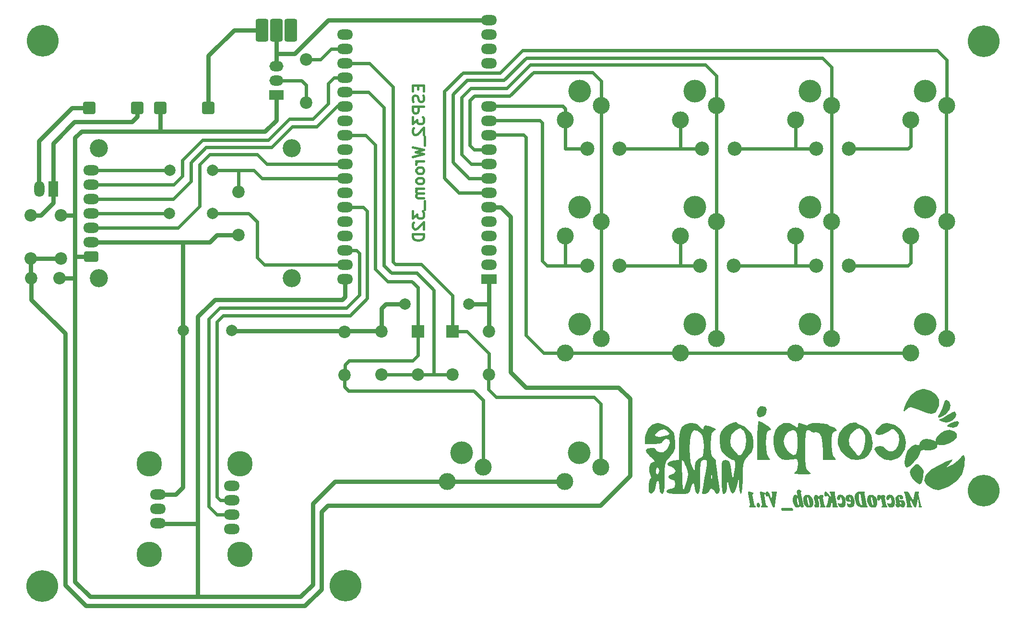
<source format=gbr>
%TF.GenerationSoftware,KiCad,Pcbnew,9.0.0*%
%TF.CreationDate,2025-06-20T14:44:33+02:00*%
%TF.ProjectId,MacroDecKnob,4d616372-6f44-4656-934b-6e6f622e6b69,rev?*%
%TF.SameCoordinates,Original*%
%TF.FileFunction,Copper,L2,Bot*%
%TF.FilePolarity,Positive*%
%FSLAX46Y46*%
G04 Gerber Fmt 4.6, Leading zero omitted, Abs format (unit mm)*
G04 Created by KiCad (PCBNEW 9.0.0) date 2025-06-20 14:44:33*
%MOMM*%
%LPD*%
G01*
G04 APERTURE LIST*
G04 Aperture macros list*
%AMRoundRect*
0 Rectangle with rounded corners*
0 $1 Rounding radius*
0 $2 $3 $4 $5 $6 $7 $8 $9 X,Y pos of 4 corners*
0 Add a 4 corners polygon primitive as box body*
4,1,4,$2,$3,$4,$5,$6,$7,$8,$9,$2,$3,0*
0 Add four circle primitives for the rounded corners*
1,1,$1+$1,$2,$3*
1,1,$1+$1,$4,$5*
1,1,$1+$1,$6,$7*
1,1,$1+$1,$8,$9*
0 Add four rect primitives between the rounded corners*
20,1,$1+$1,$2,$3,$4,$5,0*
20,1,$1+$1,$4,$5,$6,$7,0*
20,1,$1+$1,$6,$7,$8,$9,0*
20,1,$1+$1,$8,$9,$2,$3,0*%
G04 Aperture macros list end*
%ADD10C,0.300000*%
%ADD11C,0.400000*%
%TA.AperFunction,NonConductor*%
%ADD12C,0.400000*%
%TD*%
%TA.AperFunction,EtchedComponent*%
%ADD13C,0.000000*%
%TD*%
%TA.AperFunction,ComponentPad*%
%ADD14C,2.200000*%
%TD*%
%TA.AperFunction,WasherPad*%
%ADD15C,4.000000*%
%TD*%
%TA.AperFunction,ComponentPad*%
%ADD16C,3.000000*%
%TD*%
%TA.AperFunction,ComponentPad*%
%ADD17R,2.500000X1.800000*%
%TD*%
%TA.AperFunction,ComponentPad*%
%ADD18O,2.500000X1.800000*%
%TD*%
%TA.AperFunction,ComponentPad*%
%ADD19R,2.800000X1.800000*%
%TD*%
%TA.AperFunction,ComponentPad*%
%ADD20O,2.800000X1.800000*%
%TD*%
%TA.AperFunction,ComponentPad*%
%ADD21C,3.200000*%
%TD*%
%TA.AperFunction,ComponentPad*%
%ADD22RoundRect,0.264706X0.985294X-0.635294X0.985294X0.635294X-0.985294X0.635294X-0.985294X-0.635294X0*%
%TD*%
%TA.AperFunction,ComponentPad*%
%ADD23R,1.800000X2.800000*%
%TD*%
%TA.AperFunction,ComponentPad*%
%ADD24O,1.800000X2.800000*%
%TD*%
%TA.AperFunction,ComponentPad*%
%ADD25C,4.500000*%
%TD*%
%TA.AperFunction,ComponentPad*%
%ADD26R,2.200000X2.200000*%
%TD*%
%TA.AperFunction,ComponentPad*%
%ADD27RoundRect,0.330000X0.770000X0.770000X-0.770000X0.770000X-0.770000X-0.770000X0.770000X-0.770000X0*%
%TD*%
%TA.AperFunction,ComponentPad*%
%ADD28C,5.600000*%
%TD*%
%TA.AperFunction,ComponentPad*%
%ADD29RoundRect,0.343750X-0.756250X-1.656250X0.756250X-1.656250X0.756250X1.656250X-0.756250X1.656250X0*%
%TD*%
%TA.AperFunction,ViaPad*%
%ADD30C,2.000000*%
%TD*%
%TA.AperFunction,ViaPad*%
%ADD31C,2.500000*%
%TD*%
%TA.AperFunction,Conductor*%
%ADD32C,0.600000*%
%TD*%
%TA.AperFunction,Conductor*%
%ADD33C,0.800000*%
%TD*%
G04 APERTURE END LIST*
D10*
G36*
X212813852Y-119681085D02*
G01*
X212758003Y-119689075D01*
X212720551Y-119709661D01*
X212695101Y-119744840D01*
X212686845Y-119791910D01*
X212695394Y-119848513D01*
X212720062Y-119907498D01*
X212767079Y-119956407D01*
X212807845Y-119997206D01*
X212837421Y-120039389D01*
X212860296Y-120092468D01*
X212882850Y-120180073D01*
X213224546Y-121986065D01*
X213235537Y-122089380D01*
X213226011Y-122165034D01*
X213199877Y-122237208D01*
X213179972Y-122282271D01*
X213171179Y-122333012D01*
X213176919Y-122376610D01*
X213195834Y-122425426D01*
X213230652Y-122459958D01*
X213276986Y-122478398D01*
X213348743Y-122485786D01*
X214006734Y-122485786D01*
X214062577Y-122477267D01*
X214100157Y-122455195D01*
X214125561Y-122418145D01*
X214133740Y-122370748D01*
X214125069Y-122313778D01*
X214100523Y-122259556D01*
X214072069Y-122225301D01*
X214053995Y-122206434D01*
X213981699Y-122123452D01*
X213957779Y-122070039D01*
X213934926Y-121982768D01*
X213727198Y-120876348D01*
X214440387Y-122202220D01*
X214528280Y-122350992D01*
X214585711Y-122428267D01*
X214644678Y-122474423D01*
X214712351Y-122490000D01*
X214774902Y-122472672D01*
X214820062Y-122423504D01*
X214853903Y-122343313D01*
X214889672Y-122200205D01*
X215148935Y-120921411D01*
X215352512Y-121990095D01*
X215363625Y-122093593D01*
X215354099Y-122175476D01*
X215325157Y-122245451D01*
X215304555Y-122300506D01*
X215299145Y-122337226D01*
X215304884Y-122380640D01*
X215323826Y-122432813D01*
X215357152Y-122466186D01*
X215402570Y-122483064D01*
X215476709Y-122490000D01*
X215709106Y-122490000D01*
X215764967Y-122481487D01*
X215802651Y-122459408D01*
X215828056Y-122422358D01*
X215836235Y-122374961D01*
X215827564Y-122318175D01*
X215812113Y-122275437D01*
X215790073Y-122244535D01*
X215758565Y-122214494D01*
X215686880Y-122129680D01*
X215663180Y-122077523D01*
X215640108Y-121986798D01*
X215298778Y-120174211D01*
X215343230Y-119953293D01*
X215357397Y-119829829D01*
X215348448Y-119760069D01*
X215323935Y-119716072D01*
X215285088Y-119691076D01*
X215221842Y-119681085D01*
X214787944Y-119681085D01*
X214709883Y-119696682D01*
X214660938Y-119736955D01*
X214625658Y-119806293D01*
X214593649Y-119928930D01*
X214315945Y-121312688D01*
X213561723Y-119905849D01*
X213485018Y-119788188D01*
X213417498Y-119725781D01*
X213340483Y-119693496D01*
X213231140Y-119681085D01*
X212813852Y-119681085D01*
G37*
G36*
X212139088Y-120275379D02*
G01*
X212294951Y-120324861D01*
X212405111Y-120396411D01*
X212478400Y-120476451D01*
X212526457Y-120560829D01*
X212554041Y-120650839D01*
X212563258Y-120749586D01*
X212554678Y-120835458D01*
X212529243Y-120910733D01*
X212484979Y-120978564D01*
X212429582Y-121027344D01*
X212358709Y-121058839D01*
X212268213Y-121070338D01*
X212173025Y-121056093D01*
X212099070Y-121016917D01*
X212041556Y-120955300D01*
X211996810Y-120872596D01*
X211970737Y-120782635D01*
X211961933Y-120682358D01*
X211965800Y-120611905D01*
X211976953Y-120549551D01*
X211903527Y-120563244D01*
X211856420Y-120598644D01*
X211825812Y-120657651D01*
X211812944Y-120745556D01*
X211820511Y-120849640D01*
X211849092Y-121016482D01*
X211917725Y-121288142D01*
X212066484Y-121228280D01*
X212217567Y-121192429D01*
X212371772Y-121180430D01*
X212507793Y-121197807D01*
X212626542Y-121247689D01*
X212731175Y-121328625D01*
X212819032Y-121441706D01*
X212884069Y-121586275D01*
X212927180Y-121768811D01*
X212935729Y-121900336D01*
X212923443Y-122048799D01*
X212886270Y-122190863D01*
X212824726Y-122314464D01*
X212734961Y-122415811D01*
X212664807Y-122462543D01*
X212581935Y-122492128D01*
X212483757Y-122502639D01*
X212355074Y-122481859D01*
X212235851Y-122420207D01*
X212128806Y-122321961D01*
X212039968Y-122193244D01*
X212008109Y-122283412D01*
X211961514Y-122359183D01*
X211897941Y-122422039D01*
X211826191Y-122465561D01*
X211743116Y-122492971D01*
X211646615Y-122502639D01*
X211529266Y-122483277D01*
X211423621Y-122426435D01*
X211330919Y-122337862D01*
X211261200Y-122231163D01*
X211215230Y-122109031D01*
X211203070Y-121996690D01*
X211213695Y-121926165D01*
X211226361Y-121901598D01*
X211240561Y-121894474D01*
X211251335Y-121901991D01*
X211274633Y-121938621D01*
X211301072Y-121972094D01*
X211330198Y-121982585D01*
X211353944Y-121968410D01*
X211362683Y-121921402D01*
X211359996Y-121880736D01*
X211294887Y-121552107D01*
X211979396Y-121552107D01*
X212036671Y-121793541D01*
X212062311Y-121870401D01*
X212098220Y-121922868D01*
X212140694Y-121956184D01*
X212175767Y-121965915D01*
X212209124Y-121955593D01*
X212233042Y-121925799D01*
X212247718Y-121881187D01*
X212253070Y-121820469D01*
X212241405Y-121722401D01*
X212205198Y-121629227D01*
X212169788Y-121579827D01*
X212128893Y-121550752D01*
X212080635Y-121540750D01*
X211979396Y-121552107D01*
X211294887Y-121552107D01*
X211245202Y-121301331D01*
X211219312Y-121127706D01*
X211211496Y-120984792D01*
X211224446Y-120807155D01*
X211261134Y-120660586D01*
X211320833Y-120538261D01*
X211406158Y-120436345D01*
X211504436Y-120361890D01*
X211621241Y-120305578D01*
X211759800Y-120269391D01*
X211923831Y-120256460D01*
X212139088Y-120275379D01*
G37*
G36*
X210160153Y-120235394D02*
G01*
X209995110Y-120254908D01*
X209859124Y-120309399D01*
X209776280Y-120367241D01*
X209709773Y-120435176D01*
X209657257Y-120512915D01*
X209616645Y-120603862D01*
X209592988Y-120698761D01*
X209585083Y-120799961D01*
X209594044Y-120908604D01*
X209619938Y-121001106D01*
X209663241Y-121081329D01*
X209719440Y-121141340D01*
X209788653Y-121178778D01*
X209874511Y-121192154D01*
X209962580Y-121179311D01*
X210032146Y-121143789D01*
X210087247Y-121087740D01*
X210129312Y-121011275D01*
X210154990Y-120918391D01*
X210164061Y-120804174D01*
X210148918Y-120636013D01*
X210219015Y-120674270D01*
X210285555Y-120733113D01*
X210349319Y-120814616D01*
X210401623Y-120911583D01*
X210441955Y-121029013D01*
X210469975Y-121170722D01*
X210482786Y-121293382D01*
X210486706Y-121396402D01*
X210476463Y-121540730D01*
X210448336Y-121651499D01*
X210403907Y-121736571D01*
X210344100Y-121798412D01*
X210266456Y-121838041D01*
X210165771Y-121852526D01*
X210079978Y-121845211D01*
X210012752Y-121825415D01*
X209881838Y-121752142D01*
X209828104Y-121717963D01*
X209798918Y-121709644D01*
X209773761Y-121722100D01*
X209767044Y-121770094D01*
X209774442Y-121871142D01*
X209801753Y-121979632D01*
X209853140Y-122099089D01*
X209917727Y-122204149D01*
X209998688Y-122299969D01*
X210098360Y-122386502D01*
X210204932Y-122450210D01*
X210321080Y-122489225D01*
X210448604Y-122502639D01*
X210581919Y-122489503D01*
X210700809Y-122451691D01*
X210807397Y-122390715D01*
X210904861Y-122304105D01*
X210985000Y-122197449D01*
X211049685Y-122069413D01*
X211096751Y-121924910D01*
X211125646Y-121763358D01*
X211135659Y-121581050D01*
X211130373Y-121447327D01*
X211113189Y-121289973D01*
X211061719Y-121036969D01*
X210988553Y-120824926D01*
X210894163Y-120647686D01*
X210777233Y-120501191D01*
X210643623Y-120386698D01*
X210497687Y-120303949D01*
X210337361Y-120252985D01*
X210160153Y-120235394D01*
G37*
G36*
X208285467Y-120256460D02*
G01*
X208183895Y-120273604D01*
X208100850Y-120322077D01*
X208032187Y-120400990D01*
X207979497Y-120504650D01*
X207948020Y-120622197D01*
X207937177Y-120758012D01*
X207948534Y-120906390D01*
X207974090Y-121016651D01*
X208010055Y-121104687D01*
X208056367Y-121174202D01*
X208112082Y-121225742D01*
X208174760Y-121257003D01*
X208246266Y-121267808D01*
X208316585Y-121258092D01*
X208369772Y-121231779D01*
X208409787Y-121191238D01*
X208460438Y-121104866D01*
X208507484Y-120987356D01*
X208548517Y-120884408D01*
X208569044Y-120859667D01*
X208590771Y-120851985D01*
X208615152Y-120859805D01*
X208637177Y-120884225D01*
X208654745Y-120923910D01*
X208673691Y-120998897D01*
X208889480Y-122049263D01*
X208894853Y-122110263D01*
X208889617Y-122158924D01*
X208874581Y-122197274D01*
X208818283Y-122265052D01*
X208772121Y-122321472D01*
X208764114Y-122346333D01*
X208763206Y-122379907D01*
X208776698Y-122429682D01*
X208805582Y-122463988D01*
X208848150Y-122482151D01*
X208926727Y-122490000D01*
X209643457Y-122490000D01*
X209711644Y-122479172D01*
X209751413Y-122452630D01*
X209774402Y-122408929D01*
X209776081Y-122352430D01*
X209756552Y-122305435D01*
X209715387Y-122260655D01*
X209646510Y-122182070D01*
X209622726Y-122128268D01*
X209599738Y-122037356D01*
X209350366Y-120823042D01*
X209344993Y-120766256D01*
X209348353Y-120725431D01*
X209357205Y-120697929D01*
X209396894Y-120636379D01*
X209437194Y-120575563D01*
X209443764Y-120546140D01*
X209440125Y-120504305D01*
X209418984Y-120450390D01*
X209365916Y-120392717D01*
X209261828Y-120330648D01*
X209098253Y-120275157D01*
X208926727Y-120256460D01*
X208817836Y-120277325D01*
X208734019Y-120335411D01*
X208688733Y-120394468D01*
X208656633Y-120464093D01*
X208636566Y-120546254D01*
X208563630Y-120416594D01*
X208482198Y-120327824D01*
X208390541Y-120274727D01*
X208285467Y-120256460D01*
G37*
G36*
X207119790Y-120272412D02*
G01*
X207274296Y-120319559D01*
X207421946Y-120397693D01*
X207560688Y-120505461D01*
X207682852Y-120637313D01*
X207790020Y-120794099D01*
X207879780Y-120972996D01*
X207947411Y-121166911D01*
X207993841Y-121378267D01*
X208011115Y-121535483D01*
X208016434Y-121669344D01*
X208004147Y-121858439D01*
X207968820Y-122022299D01*
X207911013Y-122166053D01*
X207828977Y-122293079D01*
X207732606Y-122388137D01*
X207608608Y-122461499D01*
X207450586Y-122509944D01*
X207250854Y-122527735D01*
X207088112Y-122511669D01*
X206935574Y-122464419D01*
X206791556Y-122386502D01*
X206656641Y-122278519D01*
X206537662Y-122145418D01*
X206433129Y-121986065D01*
X206346376Y-121804535D01*
X206279940Y-121603744D01*
X206233461Y-121380832D01*
X206216270Y-121227821D01*
X206210990Y-121098182D01*
X206222851Y-120915210D01*
X206249349Y-120791535D01*
X206899145Y-120791535D01*
X206916429Y-121000133D01*
X206985851Y-121381931D01*
X207081931Y-121803237D01*
X207143143Y-122001086D01*
X207190355Y-122098036D01*
X207228798Y-122141478D01*
X207261967Y-122150746D01*
X207291149Y-122143004D01*
X207312526Y-122121071D01*
X207325309Y-122082432D01*
X207330966Y-122001086D01*
X207313619Y-121796103D01*
X207241451Y-121389624D01*
X207149560Y-120990960D01*
X207087090Y-120797763D01*
X207038215Y-120701033D01*
X206998705Y-120655036D01*
X206965334Y-120642058D01*
X206936722Y-120650305D01*
X206916364Y-120673749D01*
X206904357Y-120713265D01*
X206899145Y-120791535D01*
X206249349Y-120791535D01*
X206257045Y-120755615D01*
X206313126Y-120614633D01*
X206392829Y-120489101D01*
X206486517Y-120394833D01*
X206607320Y-120322125D01*
X206761570Y-120274104D01*
X206956908Y-120256460D01*
X207119790Y-120272412D01*
G37*
G36*
X205692545Y-119688069D02*
G01*
X205736793Y-119704898D01*
X205769139Y-119737360D01*
X205787595Y-119786048D01*
X205793335Y-119833859D01*
X205787941Y-119870538D01*
X205767445Y-119925266D01*
X205741311Y-119997623D01*
X205731664Y-120073278D01*
X205742777Y-120176775D01*
X206084351Y-121982768D01*
X206107111Y-122073921D01*
X206129902Y-122127665D01*
X206159367Y-122169689D01*
X206200122Y-122210464D01*
X206247138Y-122257358D01*
X206271807Y-122314145D01*
X206280478Y-122370748D01*
X206272299Y-122418145D01*
X206246894Y-122455195D01*
X206209301Y-122477263D01*
X206153349Y-122485786D01*
X205391800Y-122490000D01*
X205124024Y-122475853D01*
X204907357Y-122431758D01*
X204733688Y-122363604D01*
X204608852Y-122286607D01*
X204499168Y-122191448D01*
X204403017Y-122078197D01*
X204319207Y-121946132D01*
X204226231Y-121744915D01*
X204142412Y-121489926D01*
X204069225Y-121171271D01*
X204025979Y-120875031D01*
X204013049Y-120636196D01*
X204022163Y-120455579D01*
X204720865Y-120455579D01*
X204736344Y-120699987D01*
X204793527Y-121075467D01*
X204878898Y-121471509D01*
X204949842Y-121718620D01*
X205005893Y-121859383D01*
X205059975Y-121956452D01*
X205112386Y-122019221D01*
X205172806Y-122062967D01*
X205243745Y-122090460D01*
X205327442Y-122100188D01*
X205389480Y-122100188D01*
X205013712Y-120070713D01*
X204954972Y-120070713D01*
X204881336Y-120081056D01*
X204824731Y-120109282D01*
X204781315Y-120153145D01*
X204750454Y-120215078D01*
X204729179Y-120311318D01*
X204720865Y-120455579D01*
X204022163Y-120455579D01*
X204022486Y-120449176D01*
X204049310Y-120288367D01*
X204092193Y-120149347D01*
X204151068Y-120028685D01*
X204227128Y-119924167D01*
X204336304Y-119825397D01*
X204474237Y-119749327D01*
X204647181Y-119699338D01*
X204862526Y-119681085D01*
X205618579Y-119681085D01*
X205692545Y-119688069D01*
G37*
G36*
X203262339Y-120252979D02*
G01*
X203413204Y-120303698D01*
X203548835Y-120385769D01*
X203671475Y-120499176D01*
X203777325Y-120642838D01*
X203863725Y-120817836D01*
X203931363Y-121028716D01*
X203979344Y-121281913D01*
X203996642Y-121445908D01*
X204001814Y-121577020D01*
X203988123Y-121798908D01*
X203949536Y-121983096D01*
X203887773Y-122137088D01*
X203801779Y-122265968D01*
X203698306Y-122366687D01*
X203580254Y-122440360D01*
X203445044Y-122486461D01*
X203289480Y-122502639D01*
X203150518Y-122488915D01*
X203031517Y-122450114D01*
X202929344Y-122388700D01*
X202834436Y-122303542D01*
X202760233Y-122211153D01*
X202703785Y-122111545D01*
X202659986Y-121998623D01*
X202636589Y-121895617D01*
X202630390Y-121799586D01*
X202639493Y-121753513D01*
X202665073Y-121739136D01*
X202699448Y-121747080D01*
X202772784Y-121781451D01*
X202929099Y-121850511D01*
X202991331Y-121867609D01*
X203057083Y-121873408D01*
X203151967Y-121862374D01*
X203225217Y-121832441D01*
X203281420Y-121786763D01*
X203323537Y-121719842D01*
X203349881Y-121624797D01*
X203358478Y-121491290D01*
X203245062Y-121509299D01*
X203115945Y-121515654D01*
X202943235Y-121501196D01*
X202792828Y-121460138D01*
X202661653Y-121395120D01*
X202571976Y-121322275D01*
X202504764Y-121232305D01*
X202456574Y-121124207D01*
X202426081Y-120994501D01*
X202414846Y-120846123D01*
X202424795Y-120718991D01*
X202427717Y-120707637D01*
X203077843Y-120707637D01*
X203083226Y-120838595D01*
X203102636Y-120958396D01*
X203135851Y-121069239D01*
X203183703Y-121160697D01*
X203241274Y-121212924D01*
X203311950Y-121230806D01*
X203338084Y-121228058D01*
X203306605Y-121039689D01*
X203270551Y-120886423D01*
X203227186Y-120751303D01*
X203188974Y-120667887D01*
X203147039Y-120610083D01*
X203118754Y-120595713D01*
X203099319Y-120605423D01*
X203085296Y-120637557D01*
X203077843Y-120707637D01*
X202427717Y-120707637D01*
X202453998Y-120605525D01*
X202503293Y-120502189D01*
X202575802Y-120407035D01*
X202656946Y-120339265D01*
X202765513Y-120285368D01*
X202908364Y-120248962D01*
X203093475Y-120235394D01*
X203262339Y-120252979D01*
G37*
G36*
X201459246Y-120235394D02*
G01*
X201294202Y-120254908D01*
X201158217Y-120309399D01*
X201075373Y-120367241D01*
X201008866Y-120435176D01*
X200956350Y-120512915D01*
X200915738Y-120603862D01*
X200892081Y-120698761D01*
X200884176Y-120799961D01*
X200893137Y-120908604D01*
X200919031Y-121001106D01*
X200962334Y-121081329D01*
X201018532Y-121141340D01*
X201087746Y-121178778D01*
X201173604Y-121192154D01*
X201261673Y-121179311D01*
X201331239Y-121143789D01*
X201386339Y-121087740D01*
X201428405Y-121011275D01*
X201454083Y-120918391D01*
X201463154Y-120804174D01*
X201448011Y-120636013D01*
X201518107Y-120674270D01*
X201584647Y-120733113D01*
X201648412Y-120814616D01*
X201700716Y-120911583D01*
X201741047Y-121029013D01*
X201769068Y-121170722D01*
X201781878Y-121293382D01*
X201785799Y-121396402D01*
X201775556Y-121540730D01*
X201747429Y-121651499D01*
X201703000Y-121736571D01*
X201643193Y-121798412D01*
X201565549Y-121838041D01*
X201464863Y-121852526D01*
X201379071Y-121845211D01*
X201311845Y-121825415D01*
X201180931Y-121752142D01*
X201127197Y-121717963D01*
X201098011Y-121709644D01*
X201072854Y-121722100D01*
X201066137Y-121770094D01*
X201073535Y-121871142D01*
X201100846Y-121979632D01*
X201152233Y-122099089D01*
X201216820Y-122204149D01*
X201297781Y-122299969D01*
X201397452Y-122386502D01*
X201504025Y-122450210D01*
X201620173Y-122489225D01*
X201747697Y-122502639D01*
X201881012Y-122489503D01*
X201999901Y-122451691D01*
X202106489Y-122390715D01*
X202203954Y-122304105D01*
X202284093Y-122197449D01*
X202348778Y-122069413D01*
X202395844Y-121924910D01*
X202424739Y-121763358D01*
X202434752Y-121581050D01*
X202429466Y-121447327D01*
X202412281Y-121289973D01*
X202360811Y-121036969D01*
X202287646Y-120824926D01*
X202193255Y-120647686D01*
X202076325Y-120501191D01*
X201942716Y-120386698D01*
X201796780Y-120303949D01*
X201636454Y-120252985D01*
X201459246Y-120235394D01*
G37*
G36*
X198909839Y-119664232D02*
G01*
X198833484Y-119677491D01*
X198768093Y-119715746D01*
X198711147Y-119779270D01*
X198667720Y-119862794D01*
X198641000Y-119964637D01*
X198631524Y-120090130D01*
X198641922Y-120231959D01*
X198671410Y-120349159D01*
X198719452Y-120447152D01*
X198782579Y-120523474D01*
X198851758Y-120568126D01*
X198929378Y-120583257D01*
X199005037Y-120572020D01*
X199065544Y-120540758D01*
X199118917Y-120488086D01*
X199170690Y-120409234D01*
X199406507Y-120705256D01*
X199135764Y-121906748D01*
X199108280Y-122004654D01*
X199081542Y-122073443D01*
X199010589Y-122198557D01*
X198966503Y-122273478D01*
X198953436Y-122341256D01*
X198963793Y-122403568D01*
X198995446Y-122450982D01*
X199045622Y-122478266D01*
X199139427Y-122490000D01*
X199506158Y-122490000D01*
X199596790Y-122478109D01*
X199663367Y-122446388D01*
X199711688Y-122398408D01*
X199750169Y-122331230D01*
X199786771Y-122233050D01*
X199820743Y-122095242D01*
X199959106Y-121398051D01*
X200034822Y-121492023D01*
X200126779Y-121990095D01*
X200137892Y-122093593D01*
X200128367Y-122175476D01*
X200099424Y-122245451D01*
X200078921Y-122300496D01*
X200073534Y-122337226D01*
X200079274Y-122380640D01*
X200098121Y-122432809D01*
X200131420Y-122466186D01*
X200176837Y-122483064D01*
X200250976Y-122490000D01*
X200908967Y-122490000D01*
X200964918Y-122481476D01*
X201002512Y-122459408D01*
X201027916Y-122422358D01*
X201036095Y-122374961D01*
X201027424Y-122318175D01*
X201012140Y-122275463D01*
X200990055Y-122244535D01*
X200958426Y-122214494D01*
X200886863Y-122129680D01*
X200863138Y-122077528D01*
X200839968Y-121986798D01*
X200498394Y-120176775D01*
X200487281Y-120073278D01*
X200496929Y-119997623D01*
X200523063Y-119925266D01*
X200543558Y-119870538D01*
X200548953Y-119833859D01*
X200543213Y-119786048D01*
X200524757Y-119737360D01*
X200492411Y-119704898D01*
X200448163Y-119688069D01*
X200374197Y-119681085D01*
X199716207Y-119681085D01*
X199660251Y-119689079D01*
X199622784Y-119709661D01*
X199597334Y-119744840D01*
X199589078Y-119791910D01*
X199597749Y-119848696D01*
X199622418Y-119903101D01*
X199650872Y-119937540D01*
X199669068Y-119956224D01*
X199741242Y-120039389D01*
X199765148Y-120092674D01*
X199788014Y-120180073D01*
X199902076Y-120786955D01*
X199169958Y-119837889D01*
X199096773Y-119754778D01*
X199037334Y-119704715D01*
X198976039Y-119674453D01*
X198909839Y-119664232D01*
G37*
G36*
X197020498Y-121906748D02*
G01*
X197025750Y-121954924D01*
X197017079Y-121997240D01*
X196993265Y-122012077D01*
X196964139Y-122001587D01*
X196937700Y-121968114D01*
X196903750Y-121923967D01*
X196889607Y-121930809D01*
X196878105Y-121953642D01*
X196868946Y-122021969D01*
X196880571Y-122141733D01*
X196922923Y-122262854D01*
X196990360Y-122366411D01*
X197088276Y-122453729D01*
X197203681Y-122508069D01*
X197348883Y-122527735D01*
X197470217Y-122511780D01*
X197567448Y-122467584D01*
X197645516Y-122398225D01*
X197707317Y-122301947D01*
X197744663Y-122188194D01*
X197758845Y-122051461D01*
X197747105Y-121892093D01*
X197708164Y-121700668D01*
X197554169Y-121096167D01*
X197540369Y-121009888D01*
X197546229Y-120962647D01*
X197562962Y-120928005D01*
X197587711Y-120905735D01*
X197617672Y-120898147D01*
X197674435Y-120917854D01*
X197732833Y-120982960D01*
X197779871Y-121076355D01*
X197812700Y-121192154D01*
X197986479Y-122049080D01*
X197997348Y-122135542D01*
X197993742Y-122181025D01*
X197983914Y-122214677D01*
X197945568Y-122278058D01*
X197916503Y-122326418D01*
X197913572Y-122380823D01*
X197932619Y-122429480D01*
X197968527Y-122464171D01*
X198017796Y-122482365D01*
X198102128Y-122490000D01*
X198740457Y-122490000D01*
X198808643Y-122479172D01*
X198848412Y-122452630D01*
X198871401Y-122408929D01*
X198873080Y-122352430D01*
X198853552Y-122305435D01*
X198812386Y-122260655D01*
X198743510Y-122182070D01*
X198719725Y-122128268D01*
X198696737Y-122037356D01*
X198447365Y-120823042D01*
X198441992Y-120766256D01*
X198445353Y-120725431D01*
X198454204Y-120697929D01*
X198493893Y-120636379D01*
X198534193Y-120575563D01*
X198540763Y-120546140D01*
X198537124Y-120504305D01*
X198515983Y-120450390D01*
X198462915Y-120392717D01*
X198358827Y-120330648D01*
X198195252Y-120275157D01*
X198023726Y-120256460D01*
X197932335Y-120270652D01*
X197858995Y-120310290D01*
X197799755Y-120373696D01*
X197755155Y-120458743D01*
X197730220Y-120558676D01*
X197724895Y-120678695D01*
X197647188Y-120533396D01*
X197568350Y-120426320D01*
X197487857Y-120351714D01*
X197399509Y-120299072D01*
X197305989Y-120267262D01*
X197206123Y-120256460D01*
X197095464Y-120275012D01*
X197004034Y-120327668D01*
X196927564Y-120413630D01*
X196869242Y-120527067D01*
X196833833Y-120660876D01*
X196821441Y-120821027D01*
X196828457Y-120950662D01*
X196849651Y-121078948D01*
X197020498Y-121906748D01*
G37*
G36*
X195831862Y-120272412D02*
G01*
X195986369Y-120319559D01*
X196134019Y-120397693D01*
X196272761Y-120505461D01*
X196394924Y-120637313D01*
X196502093Y-120794099D01*
X196591852Y-120972996D01*
X196659484Y-121166911D01*
X196705914Y-121378267D01*
X196723188Y-121535483D01*
X196728506Y-121669344D01*
X196716220Y-121858439D01*
X196680892Y-122022299D01*
X196623086Y-122166053D01*
X196541050Y-122293079D01*
X196444678Y-122388137D01*
X196320681Y-122461499D01*
X196162659Y-122509944D01*
X195962927Y-122527735D01*
X195800185Y-122511669D01*
X195647646Y-122464419D01*
X195503628Y-122386502D01*
X195368714Y-122278519D01*
X195249735Y-122145418D01*
X195145202Y-121986065D01*
X195058448Y-121804535D01*
X194992013Y-121603744D01*
X194945533Y-121380832D01*
X194928342Y-121227821D01*
X194923063Y-121098182D01*
X194934924Y-120915210D01*
X194961422Y-120791535D01*
X195611217Y-120791535D01*
X195628502Y-121000133D01*
X195697923Y-121381931D01*
X195794004Y-121803237D01*
X195855216Y-122001086D01*
X195902428Y-122098036D01*
X195940871Y-122141478D01*
X195974040Y-122150746D01*
X196003221Y-122143004D01*
X196024598Y-122121071D01*
X196037382Y-122082432D01*
X196043039Y-122001086D01*
X196025692Y-121796103D01*
X195953524Y-121389624D01*
X195861633Y-120990960D01*
X195799162Y-120797763D01*
X195750287Y-120701033D01*
X195710778Y-120655036D01*
X195677407Y-120642058D01*
X195648794Y-120650305D01*
X195628436Y-120673749D01*
X195616430Y-120713265D01*
X195611217Y-120791535D01*
X194961422Y-120791535D01*
X194969118Y-120755615D01*
X195025199Y-120614633D01*
X195104902Y-120489101D01*
X195198589Y-120394833D01*
X195319392Y-120322125D01*
X195473643Y-120274104D01*
X195668981Y-120256460D01*
X195831862Y-120272412D01*
G37*
G36*
X194278724Y-119393176D02*
G01*
X194441050Y-119448627D01*
X194544346Y-119510309D01*
X194598156Y-119567985D01*
X194620568Y-119622100D01*
X194624403Y-119660143D01*
X194617882Y-119687313D01*
X194577337Y-119750327D01*
X194532734Y-119817335D01*
X194520062Y-119880204D01*
X194528244Y-119941386D01*
X194995847Y-122222004D01*
X195004396Y-122311946D01*
X194994210Y-122390003D01*
X194965317Y-122444570D01*
X194920811Y-122477525D01*
X194854919Y-122490000D01*
X194731699Y-122490000D01*
X194660857Y-122480563D01*
X194601517Y-122453913D01*
X194545968Y-122409517D01*
X194485502Y-122341622D01*
X194388049Y-122215593D01*
X194337789Y-122305602D01*
X194276526Y-122381977D01*
X194202913Y-122445303D01*
X194123038Y-122489825D01*
X194031202Y-122517863D01*
X193925331Y-122527735D01*
X193786473Y-122510110D01*
X193657835Y-122458250D01*
X193537245Y-122372058D01*
X193423046Y-122249298D01*
X193326186Y-122101173D01*
X193242315Y-121918501D01*
X193171592Y-121696047D01*
X193115177Y-121427177D01*
X193091938Y-121244021D01*
X193084159Y-121056050D01*
X193089729Y-120938447D01*
X193808827Y-120938447D01*
X193820942Y-121125518D01*
X193864759Y-121398967D01*
X193944148Y-121766971D01*
X194001046Y-121946681D01*
X194046818Y-122034557D01*
X194088037Y-122078702D01*
X194126953Y-122091945D01*
X194176619Y-122075812D01*
X194204722Y-122031725D01*
X194215369Y-121950711D01*
X194201692Y-121822301D01*
X194184717Y-121742616D01*
X194003000Y-120853267D01*
X193961512Y-120793816D01*
X193921187Y-120761526D01*
X193880512Y-120751235D01*
X193843689Y-120768381D01*
X193819272Y-120822800D01*
X193808827Y-120938447D01*
X193089729Y-120938447D01*
X193092839Y-120872773D01*
X193117434Y-120715749D01*
X193156537Y-120580693D01*
X193209822Y-120464188D01*
X193277788Y-120366023D01*
X193354856Y-120296751D01*
X193442857Y-120254362D01*
X193544556Y-120239607D01*
X193653591Y-120253731D01*
X193751152Y-120294717D01*
X193839410Y-120361965D01*
X193919958Y-120456861D01*
X193806873Y-119907131D01*
X193791882Y-119817507D01*
X193786967Y-119728895D01*
X193796004Y-119626261D01*
X193821914Y-119541617D01*
X193865247Y-119470608D01*
X193921256Y-119420695D01*
X193999577Y-119387133D01*
X194107292Y-119374438D01*
X194278724Y-119393176D01*
G37*
G36*
X193117376Y-122827055D02*
G01*
X193086304Y-122715941D01*
X193034822Y-122634713D01*
X192966566Y-122584160D01*
X192881193Y-122566386D01*
X191220830Y-122566386D01*
X191145779Y-122580554D01*
X191099368Y-122616733D01*
X191072576Y-122672067D01*
X191062927Y-122752866D01*
X191068667Y-122830169D01*
X191104889Y-122946461D01*
X191155100Y-123025202D01*
X191220958Y-123073335D01*
X191307658Y-123090654D01*
X192968021Y-123090654D01*
X193039048Y-123077954D01*
X193085380Y-123045041D01*
X193115425Y-122990298D01*
X193125924Y-122912601D01*
X193117376Y-122827055D01*
G37*
G36*
X188257798Y-120090130D02*
G01*
X188269265Y-120235190D01*
X188301762Y-120353546D01*
X188352421Y-120451881D01*
X188413869Y-120521707D01*
X188483174Y-120565194D01*
X188550157Y-120579043D01*
X188615805Y-120568137D01*
X188673743Y-120536362D01*
X188724269Y-120487137D01*
X188762526Y-120428101D01*
X189434316Y-122125833D01*
X189512717Y-122302738D01*
X189575488Y-122405003D01*
X189645480Y-122468987D01*
X189723377Y-122490000D01*
X189779730Y-122479745D01*
X189826053Y-122450556D01*
X189864672Y-122402438D01*
X189907356Y-122297981D01*
X189939898Y-122124002D01*
X190175226Y-120183553D01*
X190187461Y-120114325D01*
X190205512Y-120063935D01*
X190263642Y-119964101D01*
X190303576Y-119902002D01*
X190315300Y-119842651D01*
X190312926Y-119772575D01*
X190293611Y-119725259D01*
X190255342Y-119693792D01*
X190188171Y-119681085D01*
X189488171Y-119681085D01*
X189427510Y-119692573D01*
X189387421Y-119722667D01*
X189362064Y-119770845D01*
X189355425Y-119834042D01*
X189365683Y-119899621D01*
X189398412Y-119963735D01*
X189437002Y-120042320D01*
X189447053Y-120081739D01*
X189450680Y-120132079D01*
X189447993Y-120173112D01*
X189343213Y-121135368D01*
X188976360Y-120158640D01*
X188904965Y-119982820D01*
X188840423Y-119859093D01*
X188781943Y-119776523D01*
X188714402Y-119715192D01*
X188636162Y-119677446D01*
X188544539Y-119664232D01*
X188460602Y-119677741D01*
X188392210Y-119715783D01*
X188335956Y-119777255D01*
X188293576Y-119859363D01*
X188267228Y-119961685D01*
X188257798Y-120090130D01*
G37*
G36*
X187518475Y-119685481D02*
G01*
X187397330Y-119664232D01*
X187342041Y-119677999D01*
X187302198Y-119716439D01*
X187276981Y-119778498D01*
X187267393Y-119875990D01*
X187284368Y-120041221D01*
X187651221Y-121969396D01*
X187656594Y-122030579D01*
X187650894Y-122082197D01*
X187634979Y-122119422D01*
X187568911Y-122189214D01*
X187508949Y-122253878D01*
X187496078Y-122284381D01*
X187491364Y-122328799D01*
X187494417Y-122372580D01*
X187516898Y-122427831D01*
X187556454Y-122464171D01*
X187610928Y-122482257D01*
X187708129Y-122490000D01*
X188550889Y-122490000D01*
X188606135Y-122480060D01*
X188640282Y-122454829D01*
X188662090Y-122413633D01*
X188669591Y-122358108D01*
X188666538Y-122318541D01*
X188650199Y-122272056D01*
X188624773Y-122238124D01*
X188535502Y-122176209D01*
X188467648Y-122134612D01*
X188420586Y-122093410D01*
X188385180Y-122038267D01*
X188361479Y-121957489D01*
X188070341Y-120411798D01*
X188064846Y-120350615D01*
X188071098Y-120293802D01*
X188089392Y-120246934D01*
X188158269Y-120162304D01*
X188220917Y-120083169D01*
X188236010Y-120047021D01*
X188241189Y-120002020D01*
X188235450Y-119958422D01*
X188223861Y-119915807D01*
X188200523Y-119884050D01*
X188166856Y-119861901D01*
X188109176Y-119840636D01*
X187518475Y-119685481D01*
G37*
G36*
X186995551Y-121629959D02*
G01*
X186922894Y-121643069D01*
X186859710Y-121681204D01*
X186803698Y-121745181D01*
X186760141Y-121827897D01*
X186734362Y-121920499D01*
X186725540Y-122026366D01*
X186735581Y-122138798D01*
X186766695Y-122251863D01*
X186815419Y-122351999D01*
X186880146Y-122432480D01*
X186956505Y-122484876D01*
X187043056Y-122502639D01*
X187113817Y-122489616D01*
X187175639Y-122451617D01*
X187230757Y-122387601D01*
X187273722Y-122305071D01*
X187300004Y-122212272D01*
X187310258Y-122106050D01*
X187300551Y-121993524D01*
X187270568Y-121880736D01*
X187222926Y-121780673D01*
X187158583Y-121700118D01*
X187082120Y-121647717D01*
X186995551Y-121629959D01*
G37*
G36*
X185423848Y-119685481D02*
G01*
X185302704Y-119664232D01*
X185247414Y-119677999D01*
X185207571Y-119716439D01*
X185182354Y-119778498D01*
X185172766Y-119875990D01*
X185189741Y-120041221D01*
X185556594Y-121969396D01*
X185561967Y-122030579D01*
X185556267Y-122082197D01*
X185540352Y-122119422D01*
X185474284Y-122189214D01*
X185414323Y-122253878D01*
X185401452Y-122284381D01*
X185396737Y-122328799D01*
X185399790Y-122372580D01*
X185422271Y-122427831D01*
X185461828Y-122464171D01*
X185516302Y-122482257D01*
X185613503Y-122490000D01*
X186456263Y-122490000D01*
X186511508Y-122480060D01*
X186545655Y-122454829D01*
X186567463Y-122413633D01*
X186574965Y-122358108D01*
X186571912Y-122318541D01*
X186555573Y-122272056D01*
X186530146Y-122238124D01*
X186440875Y-122176209D01*
X186373021Y-122134612D01*
X186325959Y-122093410D01*
X186290553Y-122038267D01*
X186266852Y-121957489D01*
X185975715Y-120411798D01*
X185970219Y-120350615D01*
X185976471Y-120293802D01*
X185994766Y-120246934D01*
X186063642Y-120162304D01*
X186126290Y-120083169D01*
X186141383Y-120047021D01*
X186146563Y-120002020D01*
X186140823Y-119958422D01*
X186129234Y-119915807D01*
X186105896Y-119884050D01*
X186072229Y-119861901D01*
X186014549Y-119840636D01*
X185423848Y-119685481D01*
G37*
D11*
D12*
X126936819Y-48014347D02*
X126936819Y-48681014D01*
X127984438Y-48966728D02*
X127984438Y-48014347D01*
X127984438Y-48014347D02*
X125984438Y-48014347D01*
X125984438Y-48014347D02*
X125984438Y-48966728D01*
X127889200Y-49728633D02*
X127984438Y-50014347D01*
X127984438Y-50014347D02*
X127984438Y-50490538D01*
X127984438Y-50490538D02*
X127889200Y-50681014D01*
X127889200Y-50681014D02*
X127793961Y-50776252D01*
X127793961Y-50776252D02*
X127603485Y-50871490D01*
X127603485Y-50871490D02*
X127413009Y-50871490D01*
X127413009Y-50871490D02*
X127222533Y-50776252D01*
X127222533Y-50776252D02*
X127127295Y-50681014D01*
X127127295Y-50681014D02*
X127032057Y-50490538D01*
X127032057Y-50490538D02*
X126936819Y-50109585D01*
X126936819Y-50109585D02*
X126841580Y-49919109D01*
X126841580Y-49919109D02*
X126746342Y-49823871D01*
X126746342Y-49823871D02*
X126555866Y-49728633D01*
X126555866Y-49728633D02*
X126365390Y-49728633D01*
X126365390Y-49728633D02*
X126174914Y-49823871D01*
X126174914Y-49823871D02*
X126079676Y-49919109D01*
X126079676Y-49919109D02*
X125984438Y-50109585D01*
X125984438Y-50109585D02*
X125984438Y-50585776D01*
X125984438Y-50585776D02*
X126079676Y-50871490D01*
X127984438Y-51728633D02*
X125984438Y-51728633D01*
X125984438Y-51728633D02*
X125984438Y-52490538D01*
X125984438Y-52490538D02*
X126079676Y-52681014D01*
X126079676Y-52681014D02*
X126174914Y-52776252D01*
X126174914Y-52776252D02*
X126365390Y-52871490D01*
X126365390Y-52871490D02*
X126651104Y-52871490D01*
X126651104Y-52871490D02*
X126841580Y-52776252D01*
X126841580Y-52776252D02*
X126936819Y-52681014D01*
X126936819Y-52681014D02*
X127032057Y-52490538D01*
X127032057Y-52490538D02*
X127032057Y-51728633D01*
X125984438Y-53538157D02*
X125984438Y-54776252D01*
X125984438Y-54776252D02*
X126746342Y-54109585D01*
X126746342Y-54109585D02*
X126746342Y-54395300D01*
X126746342Y-54395300D02*
X126841580Y-54585776D01*
X126841580Y-54585776D02*
X126936819Y-54681014D01*
X126936819Y-54681014D02*
X127127295Y-54776252D01*
X127127295Y-54776252D02*
X127603485Y-54776252D01*
X127603485Y-54776252D02*
X127793961Y-54681014D01*
X127793961Y-54681014D02*
X127889200Y-54585776D01*
X127889200Y-54585776D02*
X127984438Y-54395300D01*
X127984438Y-54395300D02*
X127984438Y-53823871D01*
X127984438Y-53823871D02*
X127889200Y-53633395D01*
X127889200Y-53633395D02*
X127793961Y-53538157D01*
X126174914Y-55538157D02*
X126079676Y-55633395D01*
X126079676Y-55633395D02*
X125984438Y-55823871D01*
X125984438Y-55823871D02*
X125984438Y-56300062D01*
X125984438Y-56300062D02*
X126079676Y-56490538D01*
X126079676Y-56490538D02*
X126174914Y-56585776D01*
X126174914Y-56585776D02*
X126365390Y-56681014D01*
X126365390Y-56681014D02*
X126555866Y-56681014D01*
X126555866Y-56681014D02*
X126841580Y-56585776D01*
X126841580Y-56585776D02*
X127984438Y-55442919D01*
X127984438Y-55442919D02*
X127984438Y-56681014D01*
X128174914Y-57061967D02*
X128174914Y-58585776D01*
X125984438Y-58871491D02*
X127984438Y-59347681D01*
X127984438Y-59347681D02*
X126555866Y-59728634D01*
X126555866Y-59728634D02*
X127984438Y-60109586D01*
X127984438Y-60109586D02*
X125984438Y-60585777D01*
X127984438Y-61347681D02*
X126651104Y-61347681D01*
X127032057Y-61347681D02*
X126841580Y-61442919D01*
X126841580Y-61442919D02*
X126746342Y-61538157D01*
X126746342Y-61538157D02*
X126651104Y-61728633D01*
X126651104Y-61728633D02*
X126651104Y-61919110D01*
X127984438Y-62871490D02*
X127889200Y-62681014D01*
X127889200Y-62681014D02*
X127793961Y-62585776D01*
X127793961Y-62585776D02*
X127603485Y-62490538D01*
X127603485Y-62490538D02*
X127032057Y-62490538D01*
X127032057Y-62490538D02*
X126841580Y-62585776D01*
X126841580Y-62585776D02*
X126746342Y-62681014D01*
X126746342Y-62681014D02*
X126651104Y-62871490D01*
X126651104Y-62871490D02*
X126651104Y-63157205D01*
X126651104Y-63157205D02*
X126746342Y-63347681D01*
X126746342Y-63347681D02*
X126841580Y-63442919D01*
X126841580Y-63442919D02*
X127032057Y-63538157D01*
X127032057Y-63538157D02*
X127603485Y-63538157D01*
X127603485Y-63538157D02*
X127793961Y-63442919D01*
X127793961Y-63442919D02*
X127889200Y-63347681D01*
X127889200Y-63347681D02*
X127984438Y-63157205D01*
X127984438Y-63157205D02*
X127984438Y-62871490D01*
X127984438Y-64681014D02*
X127889200Y-64490538D01*
X127889200Y-64490538D02*
X127793961Y-64395300D01*
X127793961Y-64395300D02*
X127603485Y-64300062D01*
X127603485Y-64300062D02*
X127032057Y-64300062D01*
X127032057Y-64300062D02*
X126841580Y-64395300D01*
X126841580Y-64395300D02*
X126746342Y-64490538D01*
X126746342Y-64490538D02*
X126651104Y-64681014D01*
X126651104Y-64681014D02*
X126651104Y-64966729D01*
X126651104Y-64966729D02*
X126746342Y-65157205D01*
X126746342Y-65157205D02*
X126841580Y-65252443D01*
X126841580Y-65252443D02*
X127032057Y-65347681D01*
X127032057Y-65347681D02*
X127603485Y-65347681D01*
X127603485Y-65347681D02*
X127793961Y-65252443D01*
X127793961Y-65252443D02*
X127889200Y-65157205D01*
X127889200Y-65157205D02*
X127984438Y-64966729D01*
X127984438Y-64966729D02*
X127984438Y-64681014D01*
X127984438Y-66204824D02*
X126651104Y-66204824D01*
X126841580Y-66204824D02*
X126746342Y-66300062D01*
X126746342Y-66300062D02*
X126651104Y-66490538D01*
X126651104Y-66490538D02*
X126651104Y-66776253D01*
X126651104Y-66776253D02*
X126746342Y-66966729D01*
X126746342Y-66966729D02*
X126936819Y-67061967D01*
X126936819Y-67061967D02*
X127984438Y-67061967D01*
X126936819Y-67061967D02*
X126746342Y-67157205D01*
X126746342Y-67157205D02*
X126651104Y-67347681D01*
X126651104Y-67347681D02*
X126651104Y-67633395D01*
X126651104Y-67633395D02*
X126746342Y-67823872D01*
X126746342Y-67823872D02*
X126936819Y-67919110D01*
X126936819Y-67919110D02*
X127984438Y-67919110D01*
X128174914Y-68395301D02*
X128174914Y-69919110D01*
X125984438Y-70204825D02*
X125984438Y-71442920D01*
X125984438Y-71442920D02*
X126746342Y-70776253D01*
X126746342Y-70776253D02*
X126746342Y-71061968D01*
X126746342Y-71061968D02*
X126841580Y-71252444D01*
X126841580Y-71252444D02*
X126936819Y-71347682D01*
X126936819Y-71347682D02*
X127127295Y-71442920D01*
X127127295Y-71442920D02*
X127603485Y-71442920D01*
X127603485Y-71442920D02*
X127793961Y-71347682D01*
X127793961Y-71347682D02*
X127889200Y-71252444D01*
X127889200Y-71252444D02*
X127984438Y-71061968D01*
X127984438Y-71061968D02*
X127984438Y-70490539D01*
X127984438Y-70490539D02*
X127889200Y-70300063D01*
X127889200Y-70300063D02*
X127793961Y-70204825D01*
X126174914Y-72204825D02*
X126079676Y-72300063D01*
X126079676Y-72300063D02*
X125984438Y-72490539D01*
X125984438Y-72490539D02*
X125984438Y-72966730D01*
X125984438Y-72966730D02*
X126079676Y-73157206D01*
X126079676Y-73157206D02*
X126174914Y-73252444D01*
X126174914Y-73252444D02*
X126365390Y-73347682D01*
X126365390Y-73347682D02*
X126555866Y-73347682D01*
X126555866Y-73347682D02*
X126841580Y-73252444D01*
X126841580Y-73252444D02*
X127984438Y-72109587D01*
X127984438Y-72109587D02*
X127984438Y-73347682D01*
X127984438Y-74204825D02*
X125984438Y-74204825D01*
X125984438Y-74204825D02*
X125984438Y-74681015D01*
X125984438Y-74681015D02*
X126079676Y-74966730D01*
X126079676Y-74966730D02*
X126270152Y-75157206D01*
X126270152Y-75157206D02*
X126460628Y-75252444D01*
X126460628Y-75252444D02*
X126841580Y-75347682D01*
X126841580Y-75347682D02*
X127127295Y-75347682D01*
X127127295Y-75347682D02*
X127508247Y-75252444D01*
X127508247Y-75252444D02*
X127698723Y-75157206D01*
X127698723Y-75157206D02*
X127889200Y-74966730D01*
X127889200Y-74966730D02*
X127984438Y-74681015D01*
X127984438Y-74681015D02*
X127984438Y-74204825D01*
D13*
%TA.AperFunction,EtchedComponent*%
%TO.C,G\u002A\u002A\u002A*%
G36*
X222473018Y-107507538D02*
G01*
X222231178Y-108011001D01*
X222111886Y-108142020D01*
X221436768Y-108476496D01*
X220514128Y-108301645D01*
X220325495Y-108189958D01*
X220414641Y-107952539D01*
X221037247Y-107576850D01*
X221627249Y-107331708D01*
X222236176Y-107268186D01*
X222473018Y-107507538D01*
G37*
%TD.AperFunction*%
%TA.AperFunction,EtchedComponent*%
G36*
X188207018Y-104736893D02*
G01*
X188495065Y-105242355D01*
X188296054Y-105961447D01*
X187920385Y-106368361D01*
X187337310Y-106613180D01*
X187164737Y-106584009D01*
X186826436Y-106212165D01*
X186758339Y-105602838D01*
X186952559Y-104999058D01*
X187401211Y-104643854D01*
X187546391Y-104613622D01*
X188207018Y-104736893D01*
G37*
%TD.AperFunction*%
%TA.AperFunction,EtchedComponent*%
G36*
X220666142Y-103805541D02*
G01*
X220904750Y-104462813D01*
X220792626Y-105230421D01*
X220156906Y-105949638D01*
X220059982Y-106024596D01*
X219292705Y-106509456D01*
X218817740Y-106623623D01*
X218714296Y-106378862D01*
X219061586Y-105786940D01*
X219519547Y-104981348D01*
X219711506Y-104196046D01*
X219711621Y-104176801D01*
X219885384Y-103621357D01*
X220264956Y-103511330D01*
X220666142Y-103805541D01*
G37*
%TD.AperFunction*%
%TA.AperFunction,EtchedComponent*%
G36*
X221917200Y-106031093D02*
G01*
X221747998Y-106672018D01*
X221201012Y-107171198D01*
X220686759Y-107385119D01*
X220181877Y-107510658D01*
X219749008Y-107429280D01*
X219251790Y-107241922D01*
X218917210Y-107048453D01*
X218962192Y-106948800D01*
X219077008Y-106921810D01*
X219657603Y-106644531D01*
X220426193Y-106169568D01*
X220728975Y-105975111D01*
X221379974Y-105641679D01*
X221724273Y-105594671D01*
X221917200Y-106031093D01*
G37*
%TD.AperFunction*%
%TA.AperFunction,EtchedComponent*%
G36*
X215657002Y-115256582D02*
G01*
X215884832Y-115487319D01*
X216161753Y-116080830D01*
X216098904Y-116949091D01*
X216075068Y-117072991D01*
X215899125Y-117843609D01*
X215753243Y-118277961D01*
X215410102Y-118397279D01*
X214895185Y-118115878D01*
X214354174Y-117566843D01*
X213926972Y-116892959D01*
X213753482Y-116237011D01*
X213908646Y-115812370D01*
X214380642Y-115236637D01*
X214785604Y-114903699D01*
X215154757Y-114864053D01*
X215657002Y-115256582D01*
G37*
%TD.AperFunction*%
%TA.AperFunction,EtchedComponent*%
G36*
X216241034Y-101607613D02*
G01*
X217481495Y-101902040D01*
X218386297Y-102566934D01*
X218884805Y-103483258D01*
X218906387Y-104531974D01*
X218380410Y-105594044D01*
X218098232Y-105842799D01*
X217540775Y-105956817D01*
X216686683Y-105781237D01*
X215412736Y-105304015D01*
X214492726Y-104938437D01*
X213916546Y-104794741D01*
X213532061Y-104880682D01*
X213143957Y-105186108D01*
X213067415Y-105255251D01*
X212701715Y-105547707D01*
X212636586Y-105403517D01*
X212810305Y-104740190D01*
X213113516Y-103929898D01*
X213901555Y-102720470D01*
X214907197Y-101906169D01*
X216012183Y-101602869D01*
X216241034Y-101607613D01*
G37*
%TD.AperFunction*%
%TA.AperFunction,EtchedComponent*%
G36*
X187187459Y-107261635D02*
G01*
X187737577Y-107524002D01*
X188489030Y-107989631D01*
X188655640Y-108103549D01*
X189211728Y-108528858D01*
X189298603Y-108758884D01*
X188973326Y-108901014D01*
X188698717Y-109016902D01*
X188479003Y-109336384D01*
X188377883Y-109983823D01*
X188353482Y-111108338D01*
X188377442Y-111999457D01*
X188531939Y-113050766D01*
X188846251Y-113646337D01*
X188933743Y-113735925D01*
X189100653Y-114002466D01*
X188844020Y-114115584D01*
X188062300Y-114139106D01*
X186785580Y-114139106D01*
X186785580Y-110689723D01*
X186800065Y-109574239D01*
X186860209Y-108349776D01*
X186958399Y-107535736D01*
X187085235Y-107240341D01*
X187187459Y-107261635D01*
G37*
%TD.AperFunction*%
%TA.AperFunction,EtchedComponent*%
G36*
X223433959Y-113736407D02*
G01*
X223401362Y-114789626D01*
X223363703Y-115114470D01*
X222930752Y-116646026D01*
X222053845Y-117820774D01*
X220645840Y-118764415D01*
X219890433Y-119117479D01*
X218782000Y-119421247D01*
X217870847Y-119288998D01*
X216991547Y-118718660D01*
X216488837Y-118231432D01*
X216283017Y-117732875D01*
X216427976Y-117072364D01*
X216458741Y-116990529D01*
X216866512Y-116384725D01*
X217653514Y-115759130D01*
X218927863Y-115025210D01*
X219208708Y-114879094D01*
X220203769Y-114390131D01*
X220930925Y-114077779D01*
X221248980Y-114004152D01*
X221169796Y-114286881D01*
X220780983Y-114807243D01*
X220181877Y-115479225D01*
X221204516Y-114956091D01*
X221276504Y-114918254D01*
X222072265Y-114378938D01*
X222612662Y-113815661D01*
X222956265Y-113359744D01*
X223282122Y-113255493D01*
X223433959Y-113736407D01*
G37*
%TD.AperFunction*%
%TA.AperFunction,EtchedComponent*%
G36*
X209789266Y-107561466D02*
G01*
X211079136Y-107913137D01*
X212089368Y-108692901D01*
X212760433Y-109766120D01*
X213032803Y-110998155D01*
X212846947Y-112254369D01*
X212143337Y-113400121D01*
X211559335Y-113846581D01*
X210441753Y-114159039D01*
X209267344Y-113999414D01*
X208251574Y-113369409D01*
X207851907Y-112922539D01*
X207499235Y-112229487D01*
X207690690Y-111786412D01*
X208422617Y-111630464D01*
X208434459Y-111630489D01*
X209090912Y-111726895D01*
X209363358Y-111954149D01*
X209525315Y-112223979D01*
X210068914Y-112556926D01*
X210690282Y-112603851D01*
X211289887Y-112214752D01*
X211705097Y-111500984D01*
X211880800Y-110622263D01*
X211761884Y-109738306D01*
X211293235Y-109008829D01*
X210882964Y-108696637D01*
X210496387Y-108710479D01*
X209911058Y-109117019D01*
X209772818Y-109219665D01*
X208924890Y-109639809D01*
X208151801Y-109734951D01*
X207661446Y-109472260D01*
X207620162Y-109352232D01*
X207785530Y-108827670D01*
X208278944Y-108236564D01*
X208927547Y-107753715D01*
X209558480Y-107553921D01*
X209789266Y-107561466D01*
G37*
%TD.AperFunction*%
%TA.AperFunction,EtchedComponent*%
G36*
X207173939Y-111027832D02*
G01*
X207008584Y-112254198D01*
X206399319Y-113309366D01*
X205716067Y-113839772D01*
X204598636Y-114151955D01*
X203430654Y-114002306D01*
X202355446Y-113444277D01*
X201516338Y-112531319D01*
X201056655Y-111316884D01*
X201012495Y-110674226D01*
X201059114Y-110462720D01*
X202993620Y-110462720D01*
X203083092Y-111446981D01*
X203618014Y-112238977D01*
X204049471Y-112650305D01*
X204375833Y-113120803D01*
X204440928Y-113248707D01*
X204766802Y-113307130D01*
X205185348Y-112910687D01*
X205580777Y-112152433D01*
X205875468Y-110931102D01*
X205825256Y-109794755D01*
X205421206Y-108987430D01*
X205311131Y-108879253D01*
X204864308Y-108559834D01*
X204421364Y-108625579D01*
X203745045Y-109091171D01*
X203339942Y-109525447D01*
X202993620Y-110462720D01*
X201059114Y-110462720D01*
X201298064Y-109378615D01*
X202022544Y-108320200D01*
X203091753Y-107667853D01*
X203265313Y-107615013D01*
X203977009Y-107480182D01*
X204346074Y-107547193D01*
X204587593Y-107736571D01*
X205200240Y-108000562D01*
X205402451Y-108074369D01*
X206331282Y-108762635D01*
X206934975Y-109805551D01*
X207155028Y-110931102D01*
X207173939Y-111027832D01*
G37*
%TD.AperFunction*%
%TA.AperFunction,EtchedComponent*%
G36*
X221518835Y-108994156D02*
G01*
X222023780Y-109481239D01*
X222060971Y-110112497D01*
X221603200Y-110655354D01*
X220772277Y-111152863D01*
X219841618Y-111465506D01*
X219078079Y-111471685D01*
X218631910Y-111386548D01*
X218583489Y-111581136D01*
X218554468Y-111948032D01*
X218088030Y-112267831D01*
X217360055Y-112447424D01*
X216557312Y-112410375D01*
X216297038Y-112359496D01*
X215775719Y-112374786D01*
X215634963Y-112702176D01*
X215552488Y-112978255D01*
X215142142Y-113655156D01*
X214503288Y-114449187D01*
X213746284Y-115198712D01*
X213202902Y-115481813D01*
X212904095Y-115222002D01*
X212812741Y-114418607D01*
X212938382Y-113499929D01*
X213351537Y-112513999D01*
X213950776Y-111758729D01*
X214630015Y-111361592D01*
X215283172Y-111450058D01*
X215432415Y-111453664D01*
X215521163Y-111078324D01*
X215538504Y-110938366D01*
X215915463Y-110588140D01*
X216606089Y-110411448D01*
X217381916Y-110441794D01*
X218014478Y-110712681D01*
X218060421Y-110750459D01*
X218350836Y-110921419D01*
X218287659Y-110612820D01*
X218265047Y-110470466D01*
X218522218Y-109942208D01*
X219140746Y-109400655D01*
X219940326Y-108978452D01*
X220740653Y-108808242D01*
X221518835Y-108994156D01*
G37*
%TD.AperFunction*%
%TA.AperFunction,EtchedComponent*%
G36*
X186158420Y-111111851D02*
G01*
X186120607Y-111845979D01*
X185854538Y-112681766D01*
X185217679Y-113463702D01*
X184772601Y-113941069D01*
X184495148Y-114397065D01*
X184346987Y-114992258D01*
X184287717Y-115889287D01*
X184276938Y-117250787D01*
X184273241Y-117736941D01*
X184220281Y-118980240D01*
X184113245Y-119800929D01*
X183963358Y-120097131D01*
X183857638Y-120013051D01*
X183693571Y-119476285D01*
X183612708Y-118607624D01*
X183575637Y-117118118D01*
X183265204Y-118607624D01*
X183198287Y-118901013D01*
X182869646Y-119783173D01*
X182502984Y-120057439D01*
X182139484Y-119719343D01*
X181820332Y-118764415D01*
X181521880Y-117431699D01*
X181488298Y-118764415D01*
X181466388Y-119193390D01*
X181311176Y-119886940D01*
X180984346Y-120097131D01*
X180916126Y-120090579D01*
X180715284Y-119919280D01*
X180592379Y-119436862D01*
X180530810Y-118538186D01*
X180513975Y-117118118D01*
X180514136Y-116718355D01*
X180525664Y-115476689D01*
X180576716Y-114715357D01*
X180696770Y-114316933D01*
X180915304Y-114163992D01*
X181261794Y-114139106D01*
X181574509Y-114163665D01*
X181885274Y-114362416D01*
X182075768Y-114888163D01*
X182228398Y-115890198D01*
X182330831Y-116631024D01*
X182453066Y-117314274D01*
X182535629Y-117536494D01*
X182585522Y-117370530D01*
X182701051Y-116726593D01*
X182834148Y-115785402D01*
X182880204Y-115404378D01*
X182930028Y-114605809D01*
X182824844Y-114231872D01*
X182538926Y-114139106D01*
X182416406Y-114119766D01*
X181813270Y-113803513D01*
X181117014Y-113222487D01*
X180557093Y-112559395D01*
X180271238Y-111819206D01*
X180200395Y-110756606D01*
X180203522Y-110691485D01*
X182047740Y-110691485D01*
X182174675Y-111633014D01*
X182659482Y-112318238D01*
X183022008Y-112630898D01*
X183365037Y-113109921D01*
X183452372Y-113250805D01*
X183838019Y-113266711D01*
X184225828Y-112891394D01*
X184680707Y-111959904D01*
X184884399Y-110840886D01*
X184805182Y-109771131D01*
X184411330Y-108987430D01*
X184263770Y-108840983D01*
X183882788Y-108554034D01*
X183500255Y-108606640D01*
X182854794Y-109001097D01*
X182809017Y-109032537D01*
X182264060Y-109741907D01*
X182047740Y-110691485D01*
X180203522Y-110691485D01*
X180241400Y-109902703D01*
X180473315Y-109088548D01*
X180992017Y-108415722D01*
X181133610Y-108283675D01*
X181823320Y-107806666D01*
X182542064Y-107490786D01*
X183107228Y-107399784D01*
X183336198Y-107597406D01*
X183397814Y-107727572D01*
X183830690Y-107867501D01*
X183951610Y-107887011D01*
X184548453Y-108203403D01*
X185241801Y-108784120D01*
X185679053Y-109274904D01*
X186060290Y-110054658D01*
X186133269Y-110840886D01*
X186158420Y-111111851D01*
G37*
%TD.AperFunction*%
%TA.AperFunction,EtchedComponent*%
G36*
X172283887Y-110085047D02*
G01*
X172360889Y-111087360D01*
X172299441Y-112083480D01*
X172024454Y-112837886D01*
X171420148Y-113560189D01*
X170993166Y-114015697D01*
X170706130Y-114473309D01*
X170552499Y-115063083D01*
X170490762Y-115949997D01*
X170490168Y-116020587D01*
X170479407Y-117299030D01*
X170479236Y-117468564D01*
X170456387Y-118779807D01*
X170382450Y-119583317D01*
X170239357Y-119986593D01*
X170009037Y-120097131D01*
X169845387Y-120061772D01*
X169609136Y-119675686D01*
X169538667Y-118780094D01*
X169538392Y-118721686D01*
X169449476Y-117956610D01*
X169254598Y-117763911D01*
X169031330Y-118118908D01*
X168857240Y-118996918D01*
X168674413Y-119650909D01*
X168205951Y-120039047D01*
X167898917Y-120026480D01*
X167706400Y-119695847D01*
X167657185Y-118884309D01*
X167663632Y-118623946D01*
X167769580Y-117843313D01*
X167964344Y-117435667D01*
X168094406Y-117243360D01*
X167918470Y-116680539D01*
X167730546Y-116136980D01*
X167735775Y-116020587D01*
X168911506Y-116020587D01*
X168970308Y-116385109D01*
X169225086Y-116647748D01*
X169407347Y-116530145D01*
X169538667Y-116020587D01*
X169479865Y-115656066D01*
X169225086Y-115393427D01*
X169042826Y-115511030D01*
X168911506Y-116020587D01*
X167735775Y-116020587D01*
X167765347Y-115362288D01*
X168047895Y-114720343D01*
X168513660Y-114452686D01*
X168683828Y-114412658D01*
X168591034Y-114136390D01*
X167984413Y-113567598D01*
X167756880Y-113366932D01*
X167228330Y-112742622D01*
X167152420Y-112313277D01*
X167489600Y-112076273D01*
X168092985Y-111954270D01*
X168660235Y-112003605D01*
X168911506Y-112236493D01*
X169060462Y-112465194D01*
X169597597Y-112746698D01*
X170238757Y-112764252D01*
X170851918Y-112262720D01*
X171092871Y-111925441D01*
X171398661Y-111158069D01*
X171297242Y-110594962D01*
X170792988Y-110376143D01*
X170427258Y-110463446D01*
X170165827Y-110846513D01*
X170065496Y-111092187D01*
X169583921Y-111266529D01*
X168597926Y-111316884D01*
X167030025Y-111316884D01*
X167030025Y-110205099D01*
X167100041Y-109721511D01*
X168759494Y-109721511D01*
X168982207Y-109987005D01*
X169679784Y-110011793D01*
X170763429Y-109788960D01*
X171148016Y-109667552D01*
X171324352Y-109454850D01*
X170987845Y-109047897D01*
X170908126Y-108970906D01*
X170376138Y-108686657D01*
X169701938Y-108862346D01*
X169173477Y-109187570D01*
X168781808Y-109634667D01*
X168759494Y-109721511D01*
X167100041Y-109721511D01*
X167126426Y-109539272D01*
X167607417Y-108559543D01*
X168356842Y-107836137D01*
X169221866Y-107553921D01*
X169345525Y-107560827D01*
X170229131Y-107834715D01*
X171197653Y-108393881D01*
X171968914Y-109081420D01*
X172088828Y-109300147D01*
X172127274Y-109454850D01*
X172283887Y-110085047D01*
G37*
%TD.AperFunction*%
%TA.AperFunction,EtchedComponent*%
G36*
X195252247Y-112239843D02*
G01*
X195252748Y-112725805D01*
X195268752Y-114091733D01*
X195323993Y-114992073D01*
X195440877Y-115552829D01*
X195641805Y-115900002D01*
X195949181Y-116159596D01*
X195980618Y-116181669D01*
X196304487Y-116441356D01*
X196271192Y-116579598D01*
X195790769Y-116633012D01*
X194773255Y-116638212D01*
X194453021Y-116635063D01*
X193595900Y-116592405D01*
X193282901Y-116489109D01*
X193449161Y-116309050D01*
X193820953Y-115876486D01*
X193997926Y-114893265D01*
X193997527Y-114713213D01*
X193937771Y-114087112D01*
X193643834Y-113901114D01*
X192927657Y-113997891D01*
X192902029Y-114002605D01*
X191964976Y-114078279D01*
X191199527Y-113989877D01*
X190461732Y-113469995D01*
X189926488Y-112514756D01*
X189656610Y-111306531D01*
X189668996Y-110836446D01*
X191489284Y-110836446D01*
X191640939Y-111598284D01*
X192060898Y-112369129D01*
X192621687Y-112961845D01*
X193194936Y-113243265D01*
X193652271Y-113080223D01*
X193770964Y-112854037D01*
X193925784Y-112007292D01*
X193935969Y-110797624D01*
X193917307Y-110477331D01*
X193808657Y-109538828D01*
X193608996Y-109048125D01*
X193269039Y-108862198D01*
X192992621Y-108847993D01*
X192258429Y-109167887D01*
X191706819Y-109886721D01*
X191489284Y-110836446D01*
X189668996Y-110836446D01*
X189690504Y-110020206D01*
X190066575Y-108830669D01*
X190544070Y-108174493D01*
X191454437Y-107620181D01*
X192470485Y-107573696D01*
X193424469Y-108072892D01*
X193711752Y-108323060D01*
X193953108Y-108417234D01*
X193997926Y-108072892D01*
X193998822Y-107943933D01*
X194066039Y-107627905D01*
X194366407Y-107611392D01*
X195075043Y-107859740D01*
X195629867Y-108006601D01*
X195879407Y-107861225D01*
X196033606Y-107739357D01*
X196660055Y-107624866D01*
X197604099Y-107596653D01*
X198313180Y-107634201D01*
X199045053Y-107737644D01*
X199328790Y-107874752D01*
X199526149Y-108081979D01*
X200112741Y-108309851D01*
X200350596Y-108385171D01*
X200811248Y-108688413D01*
X200856960Y-108986968D01*
X200426321Y-109121822D01*
X200288716Y-109175882D01*
X200050307Y-109661658D01*
X199925723Y-110503782D01*
X199911917Y-111520486D01*
X200005845Y-112530003D01*
X200204460Y-113350566D01*
X200504716Y-113800408D01*
X200729394Y-113989949D01*
X200502365Y-114095773D01*
X199720766Y-114129570D01*
X198388049Y-114139106D01*
X198388049Y-112434829D01*
X198344274Y-111302191D01*
X198118652Y-110043394D01*
X197710023Y-109338773D01*
X197128453Y-109214061D01*
X196737427Y-109255371D01*
X196331584Y-109092383D01*
X196225507Y-108980336D01*
X195704111Y-108808242D01*
X195590125Y-108835587D01*
X195423294Y-109083533D01*
X195319819Y-109669395D01*
X195267028Y-110689417D01*
X195265996Y-110797624D01*
X195252247Y-112239843D01*
G37*
%TD.AperFunction*%
%TA.AperFunction,EtchedComponent*%
G36*
X178637835Y-111909469D02*
G01*
X178705067Y-112908217D01*
X178875351Y-113489752D01*
X179181259Y-113800408D01*
X179474119Y-113995315D01*
X179541765Y-114129570D01*
X179527797Y-114137850D01*
X179505533Y-114507897D01*
X179587950Y-115316918D01*
X179760454Y-116412563D01*
X179770510Y-116468932D01*
X179904296Y-117274908D01*
X179973230Y-117690188D01*
X180121518Y-118738210D01*
X180183899Y-119391575D01*
X180106872Y-119830881D01*
X179730025Y-120097131D01*
X179510665Y-120042495D01*
X179259654Y-119626760D01*
X179205019Y-119407401D01*
X178789284Y-119156390D01*
X178569924Y-119211025D01*
X178318914Y-119626760D01*
X178202510Y-119901058D01*
X177691753Y-120097131D01*
X177328647Y-120082550D01*
X177065021Y-120018736D01*
X177073705Y-119954972D01*
X177161474Y-119425243D01*
X177323577Y-118483133D01*
X177534963Y-117274908D01*
X177578406Y-117028363D01*
X178681147Y-117028363D01*
X178729915Y-117823674D01*
X178759232Y-117912646D01*
X178840629Y-117845410D01*
X178873323Y-117274908D01*
X178870290Y-117062150D01*
X178820806Y-116628549D01*
X178729915Y-116726143D01*
X178681147Y-117028363D01*
X177578406Y-117028363D01*
X177746318Y-116075448D01*
X177907990Y-115080286D01*
X177957600Y-114500850D01*
X177889560Y-114225362D01*
X177698280Y-114142040D01*
X177378173Y-114139106D01*
X177098473Y-114178841D01*
X176909721Y-114380236D01*
X176805222Y-114859690D01*
X176760483Y-115733538D01*
X176753724Y-116721586D01*
X176751012Y-117118118D01*
X176749978Y-117550179D01*
X176722931Y-118822175D01*
X176646759Y-119600574D01*
X176504863Y-119990514D01*
X176280642Y-120097131D01*
X175950509Y-119903250D01*
X175810272Y-119156390D01*
X175810252Y-119145178D01*
X175728590Y-118488302D01*
X175535889Y-118215649D01*
X175531034Y-118215794D01*
X175284153Y-118497478D01*
X175073358Y-119156390D01*
X175028159Y-119373812D01*
X174879113Y-119788160D01*
X174567922Y-120003320D01*
X173939585Y-120084555D01*
X172839099Y-120097131D01*
X172365035Y-120093533D01*
X171413724Y-120036793D01*
X170928684Y-119890162D01*
X170792988Y-119626760D01*
X170946425Y-119319948D01*
X171576938Y-119156390D01*
X171721408Y-119153079D01*
X172231372Y-118969186D01*
X172360889Y-118372439D01*
X172225524Y-117772225D01*
X171733728Y-117588489D01*
X171367998Y-117501186D01*
X171106568Y-117118118D01*
X171222972Y-116843821D01*
X171733728Y-116647748D01*
X172188876Y-116503727D01*
X172380871Y-116082113D01*
X172198280Y-115613832D01*
X171655333Y-115336842D01*
X171124417Y-115152345D01*
X171090728Y-115083921D01*
X173523334Y-115083921D01*
X173545741Y-116098411D01*
X173561431Y-116450196D01*
X173633815Y-117975202D01*
X173699731Y-118936879D01*
X173777054Y-119388496D01*
X173883658Y-119383319D01*
X174037418Y-118974614D01*
X174256208Y-118215649D01*
X174434833Y-117547846D01*
X174579213Y-116721586D01*
X174519671Y-116066612D01*
X174256208Y-115316630D01*
X174143488Y-115052927D01*
X173820709Y-114401814D01*
X173615210Y-114140133D01*
X173551239Y-114376359D01*
X173523334Y-115083921D01*
X171090728Y-115083921D01*
X170944524Y-114786969D01*
X171240506Y-114416116D01*
X171968914Y-114197633D01*
X172988049Y-114099370D01*
X172991471Y-112315404D01*
X174880643Y-112315404D01*
X174915982Y-113303805D01*
X175075603Y-114572617D01*
X175339901Y-115393427D01*
X175788048Y-116177378D01*
X175799160Y-115208576D01*
X175799743Y-115172436D01*
X175986706Y-114363952D01*
X176594222Y-113882583D01*
X176936385Y-113697218D01*
X177224843Y-113351622D01*
X177350595Y-112741420D01*
X177378173Y-111685788D01*
X177340835Y-110690623D01*
X177164088Y-109850180D01*
X176804716Y-109327213D01*
X176241938Y-108928280D01*
X175633730Y-108888694D01*
X175206437Y-109436407D01*
X174956571Y-110576838D01*
X174880643Y-112315404D01*
X172991471Y-112315404D01*
X172992672Y-111688991D01*
X173023455Y-110468262D01*
X173190249Y-109146006D01*
X173540736Y-108289378D01*
X174118556Y-107808290D01*
X174967349Y-107612658D01*
X175345660Y-107593288D01*
X176146804Y-107732592D01*
X176752793Y-108239819D01*
X177081286Y-108612707D01*
X177310569Y-108731290D01*
X177367740Y-108395135D01*
X177579766Y-108029496D01*
X178220831Y-108058591D01*
X179259654Y-108511505D01*
X179328100Y-108549402D01*
X179544933Y-108770367D01*
X179181259Y-108977493D01*
X178993542Y-109083074D01*
X178771025Y-109443857D01*
X178661643Y-110147337D01*
X178632494Y-111334851D01*
X178635756Y-111685788D01*
X178637835Y-111909469D01*
G37*
%TD.AperFunction*%
%TD*%
D14*
%TO.P,R4,1*%
%TO.N,+3V3*%
X120548400Y-91440000D03*
%TO.P,R4,2*%
%TO.N,WK_UP*%
X120548400Y-99060000D03*
%TD*%
D15*
%TO.P,SW2,*%
%TO.N,*%
X175801867Y-49010000D03*
D16*
%TO.P,SW2,1,1*%
%TO.N,R1*%
X173261867Y-54090000D03*
%TO.P,SW2,2,2*%
%TO.N,C2*%
X179611867Y-51550000D03*
%TD*%
D17*
%TO.P,J7,1,Pin_1*%
%TO.N,GND*%
X101967600Y-49653800D03*
D18*
%TO.P,J7,2,Pin_2*%
%TO.N,Net-(J7-Pin_2)*%
X101967600Y-47113800D03*
%TO.P,J7,3,Pin_3*%
%TO.N,+5V*%
X101967600Y-44573800D03*
%TD*%
D15*
%TO.P,SW8,*%
%TO.N,*%
X216408000Y-69494400D03*
D16*
%TO.P,SW8,1,1*%
%TO.N,R2*%
X213868000Y-74574400D03*
%TO.P,SW8,2,2*%
%TO.N,C4*%
X220218000Y-72034400D03*
%TD*%
D19*
%TO.P,U1,J2-1,3V3*%
%TO.N,+3V3*%
X139446000Y-82169000D03*
D20*
%TO.P,U1,J2-2,EN*%
%TO.N,unconnected-(U1-EN-PadJ2-2)*%
X139446000Y-79629000D03*
%TO.P,U1,J2-3,SENSOR_VP*%
%TO.N,unconnected-(U1-SENSOR_VP-PadJ2-3)*%
X139446000Y-77089000D03*
%TO.P,U1,J2-4,SENSOR_VN*%
%TO.N,unconnected-(U1-SENSOR_VN-PadJ2-4)*%
X139446000Y-74549000D03*
%TO.P,U1,J2-5,IO34*%
%TO.N,unconnected-(U1-IO34-PadJ2-5)*%
X139446000Y-72009000D03*
%TO.P,U1,J2-6,IO35*%
%TO.N,VBat*%
X139446000Y-69469000D03*
%TO.P,U1,J2-7,IO32*%
%TO.N,C4*%
X139446000Y-66929000D03*
%TO.P,U1,J2-8,IO33*%
%TO.N,C3*%
X139446000Y-64389000D03*
%TO.P,U1,J2-9,IO25*%
%TO.N,C2*%
X139446000Y-61849000D03*
%TO.P,U1,J2-10,IO26*%
%TO.N,C1*%
X139446000Y-59309000D03*
%TO.P,U1,J2-11,IO27*%
%TO.N,R3*%
X139446000Y-56769000D03*
%TO.P,U1,J2-12,IO14*%
%TO.N,R2*%
X139446000Y-54229000D03*
%TO.P,U1,J2-13,IO12*%
%TO.N,R1*%
X139446000Y-51689000D03*
%TO.P,U1,J2-16,SD2*%
%TO.N,unconnected-(U1-SD2-PadJ2-16)*%
X139446000Y-44069000D03*
%TO.P,U1,J2-17,SD3*%
%TO.N,unconnected-(U1-SD3-PadJ2-17)*%
X139446000Y-41529000D03*
%TO.P,U1,J2-18,CMD*%
%TO.N,unconnected-(U1-CMD-PadJ2-18)*%
X139446000Y-38989000D03*
%TO.P,U1,J2-19,EXT_5V*%
%TO.N,+5V*%
X139446000Y-36449000D03*
%TO.P,U1,J3-1,GND3*%
%TO.N,GND*%
X114046000Y-82169000D03*
%TO.P,U1,J3-2,IO23*%
%TO.N,MOSI*%
X114046000Y-79629000D03*
%TO.P,U1,J3-3,IO22*%
%TO.N,SDA*%
X114046000Y-77089000D03*
%TO.P,U1,J3-4,TXD0*%
%TO.N,unconnected-(U1-TXD0-PadJ3-4)*%
X114046000Y-74549000D03*
%TO.P,U1,J3-5,RXD0*%
%TO.N,unconnected-(U1-RXD0-PadJ3-5)*%
X114046000Y-72009000D03*
%TO.P,U1,J3-6,IO21*%
%TO.N,SCL*%
X114046000Y-69469000D03*
%TO.P,U1,J3-7,GND2*%
%TO.N,unconnected-(U1-GND2-PadJ3-7)*%
X114046000Y-66929000D03*
%TO.P,U1,J3-8,IO19*%
%TO.N,BLK*%
X114046000Y-64389000D03*
%TO.P,U1,J3-9,IO18*%
%TO.N,SCLK*%
X114046000Y-61849000D03*
%TO.P,U1,J3-10,IO5*%
%TO.N,unconnected-(U1-IO5-PadJ3-10)*%
X114046000Y-59309000D03*
%TO.P,U1,J3-11,IO17*%
%TO.N,SW_2*%
X114046000Y-56769000D03*
%TO.P,U1,J3-12,IO16*%
%TO.N,unconnected-(U1-IO16-PadJ3-12)*%
X114046000Y-54229000D03*
%TO.P,U1,J3-13,IO4*%
%TO.N,RES*%
X114046000Y-51689000D03*
%TO.P,U1,J3-14,IO0*%
%TO.N,WK_UP*%
X114046000Y-49149000D03*
%TO.P,U1,J3-15,IO2*%
%TO.N,DC*%
X114046000Y-46609000D03*
%TO.P,U1,J3-16,IO15*%
%TO.N,SW_1*%
X114046000Y-44069000D03*
%TO.P,U1,J3-17,SD1*%
%TO.N,Argb*%
X114046000Y-41529000D03*
%TO.P,U1,J3-18,SD0*%
%TO.N,unconnected-(U1-SD0-PadJ3-18)*%
X114046000Y-38989000D03*
%TD*%
D21*
%TO.P,Display1,*%
%TO.N,*%
X70670800Y-82016200D03*
X104690800Y-82016200D03*
X70670800Y-59106200D03*
X104690800Y-59106200D03*
D22*
%TO.P,Display1,1,Gnd*%
%TO.N,GND*%
X69265800Y-78181200D03*
D20*
%TO.P,Display1,2,Vcc*%
%TO.N,+3V3*%
X69265800Y-75641200D03*
%TO.P,Display1,3,SCL*%
%TO.N,SCLK*%
X69265800Y-73101200D03*
%TO.P,Display1,4,SDA*%
%TO.N,MOSI*%
X69265800Y-70561200D03*
%TO.P,Display1,5,RES*%
%TO.N,RES*%
X69265800Y-68021200D03*
%TO.P,Display1,6,DC*%
%TO.N,DC*%
X69265800Y-65481200D03*
%TO.P,Display1,7,BLK*%
%TO.N,BLK*%
X69265800Y-62941200D03*
%TD*%
D15*
%TO.P,SW10,*%
%TO.N,*%
X175801867Y-90170000D03*
D16*
%TO.P,SW10,1,1*%
%TO.N,R3*%
X173261867Y-95250000D03*
%TO.P,SW10,2,2*%
%TO.N,C2*%
X179611867Y-92710000D03*
%TD*%
D14*
%TO.P,R3,1*%
%TO.N,+3V3*%
X113995200Y-91490800D03*
%TO.P,R3,2*%
%TO.N,SW_2*%
X113995200Y-99110800D03*
%TD*%
D23*
%TO.P,J1,1,Pin_1*%
%TO.N,Net-(J1-Pin_1)*%
X62629413Y-66245202D03*
D24*
%TO.P,J1,2,Pin_2*%
%TO.N,Net-(J1-Pin_2)*%
X60129413Y-66245202D03*
%TD*%
D25*
%TO.P,MD1,*%
%TO.N,*%
X79575000Y-114775000D03*
X79575000Y-130775000D03*
X95575000Y-114775000D03*
X95575000Y-130775000D03*
D20*
%TO.P,MD1,1,VCC*%
%TO.N,+3V3*%
X81075000Y-120235000D03*
%TO.P,MD1,2,OUT*%
%TO.N,unconnected-(MD1-OUT-Pad2)*%
X81075000Y-122775000D03*
%TO.P,MD1,3,GND*%
%TO.N,GND*%
X81075000Y-125315000D03*
%TO.P,MD1,4,GPO*%
%TO.N,unconnected-(MD1-GPO-Pad4)*%
X94077400Y-126280200D03*
%TO.P,MD1,5,SDA*%
%TO.N,SDA*%
X94077400Y-123740200D03*
%TO.P,MD1,6,SCL*%
%TO.N,SCL*%
X94077400Y-121200200D03*
%TO.P,MD1,7,DIR*%
%TO.N,unconnected-(MD1-DIR-Pad7)*%
X94077400Y-118660200D03*
%TD*%
D15*
%TO.P,SW5,*%
%TO.N,*%
X155498800Y-69494400D03*
D16*
%TO.P,SW5,1,1*%
%TO.N,R2*%
X152958800Y-74574400D03*
%TO.P,SW5,2,2*%
%TO.N,C1*%
X159308800Y-72034400D03*
%TD*%
D15*
%TO.P,SW14,*%
%TO.N,*%
X134616000Y-112826800D03*
D16*
%TO.P,SW14,1,1*%
%TO.N,GND*%
X132076000Y-117906800D03*
%TO.P,SW14,2,2*%
%TO.N,SW_2*%
X138426000Y-115366800D03*
%TD*%
D15*
%TO.P,SW7,*%
%TO.N,*%
X196104933Y-69494400D03*
D16*
%TO.P,SW7,1,1*%
%TO.N,R2*%
X193564933Y-74574400D03*
%TO.P,SW7,2,2*%
%TO.N,C3*%
X199914933Y-72034400D03*
%TD*%
D26*
%TO.P,D2,1,K*%
%TO.N,SW_2*%
X126919800Y-91440000D03*
D14*
%TO.P,D2,2,A*%
%TO.N,WK_UP*%
X126919800Y-99060000D03*
%TD*%
D15*
%TO.P,SW12,*%
%TO.N,*%
X216408000Y-90170000D03*
D16*
%TO.P,SW12,1,1*%
%TO.N,R3*%
X213868000Y-95250000D03*
%TO.P,SW12,2,2*%
%TO.N,C4*%
X220218000Y-92710000D03*
%TD*%
D27*
%TO.P,U2,1,OUT+*%
%TO.N,Net-(SW15-C)*%
X89951200Y-51996000D03*
%TO.P,U2,2,OUT-*%
%TO.N,GND*%
X81451200Y-51996000D03*
%TO.P,U2,3,B+*%
%TO.N,Net-(J1-Pin_1)*%
X77451200Y-51996000D03*
%TO.P,U2,4,B-*%
%TO.N,Net-(J1-Pin_2)*%
X68951200Y-51996000D03*
%TD*%
D15*
%TO.P,SW13,*%
%TO.N,*%
X155397200Y-112826800D03*
D16*
%TO.P,SW13,1,1*%
%TO.N,GND*%
X152857200Y-117906800D03*
%TO.P,SW13,2,2*%
%TO.N,SW_1*%
X159207200Y-115366800D03*
%TD*%
D14*
%TO.P,R5,1*%
%TO.N,Argb*%
X107200000Y-43380000D03*
%TO.P,R5,2*%
%TO.N,Net-(J7-Pin_2)*%
X107200000Y-51000000D03*
%TD*%
D15*
%TO.P,SW1,*%
%TO.N,*%
X155498800Y-49022000D03*
D16*
%TO.P,SW1,1,1*%
%TO.N,R1*%
X152958800Y-54102000D03*
%TO.P,SW1,2,2*%
%TO.N,C1*%
X159308800Y-51562000D03*
%TD*%
D14*
%TO.P,C1,1*%
%TO.N,VBat*%
X58727013Y-82018602D03*
%TO.P,C1,2*%
%TO.N,GND*%
X63727013Y-82018602D03*
%TD*%
D15*
%TO.P,SW3,*%
%TO.N,*%
X196104933Y-49010000D03*
D16*
%TO.P,SW3,1,1*%
%TO.N,R1*%
X193564933Y-54090000D03*
%TO.P,SW3,2,2*%
%TO.N,C3*%
X199914933Y-51550000D03*
%TD*%
D15*
%TO.P,SW4,*%
%TO.N,*%
X216408000Y-49010000D03*
D16*
%TO.P,SW4,1,1*%
%TO.N,R1*%
X213868000Y-54090000D03*
%TO.P,SW4,2,2*%
%TO.N,C4*%
X220218000Y-51550000D03*
%TD*%
D28*
%TO.P,J4,1,Pin_1*%
%TO.N,unconnected-(J4-Pin_1-Pad1)*%
X60688549Y-136336458D03*
%TD*%
D15*
%TO.P,SW9,*%
%TO.N,*%
X155498800Y-90170000D03*
D16*
%TO.P,SW9,1,1*%
%TO.N,R3*%
X152958800Y-95250000D03*
%TO.P,SW9,2,2*%
%TO.N,C1*%
X159308800Y-92710000D03*
%TD*%
D15*
%TO.P,SW11,*%
%TO.N,*%
X196104933Y-90170000D03*
D16*
%TO.P,SW11,1,1*%
%TO.N,R3*%
X193564933Y-95250000D03*
%TO.P,SW11,2,2*%
%TO.N,C3*%
X199914933Y-92710000D03*
%TD*%
D15*
%TO.P,SW6,*%
%TO.N,*%
X175801867Y-69494400D03*
D16*
%TO.P,SW6,1,1*%
%TO.N,R2*%
X173261867Y-74574400D03*
%TO.P,SW6,2,2*%
%TO.N,C2*%
X179611867Y-72034400D03*
%TD*%
D14*
%TO.P,R2,1*%
%TO.N,+3V3*%
X139446000Y-91440000D03*
%TO.P,R2,2*%
%TO.N,SW_1*%
X139446000Y-99060000D03*
%TD*%
D29*
%TO.P,SW15,1,B*%
%TO.N,+5V*%
X101955600Y-38227000D03*
%TO.P,SW15,2,C*%
%TO.N,Net-(SW15-C)*%
X99415600Y-38227000D03*
%TO.P,SW15,3,A*%
%TO.N,unconnected-(SW15-A-Pad3)*%
X104495600Y-38227000D03*
%TD*%
D26*
%TO.P,D1,1,K*%
%TO.N,SW_1*%
X133032500Y-91440000D03*
D14*
%TO.P,D1,2,A*%
%TO.N,WK_UP*%
X133032500Y-99060000D03*
%TD*%
D28*
%TO.P,J3,1,Pin_1*%
%TO.N,unconnected-(J3-Pin_1-Pad1)*%
X114199000Y-136315010D03*
%TD*%
%TO.P,J5,1,Pin_1*%
%TO.N,unconnected-(J5-Pin_1-Pad1)*%
X226797010Y-40160535D03*
%TD*%
%TO.P,J2,1,Pin_1*%
%TO.N,unconnected-(J2-Pin_1-Pad1)*%
X226730007Y-119542000D03*
%TD*%
D14*
%TO.P,R7,1*%
%TO.N,VBat*%
X63942113Y-78510702D03*
%TO.P,R7,2*%
%TO.N,GND*%
X63942113Y-70890702D03*
%TD*%
%TO.P,R1,1*%
%TO.N,+3V3*%
X95250000Y-74371200D03*
%TO.P,R1,2*%
%TO.N,BLK*%
X95250000Y-66751200D03*
%TD*%
D28*
%TO.P,J6,1,Pin_1*%
%TO.N,unconnected-(J6-Pin_1-Pad1)*%
X60705993Y-40131987D03*
%TD*%
D14*
%TO.P,R6,1*%
%TO.N,Net-(J1-Pin_1)*%
X58608113Y-70890702D03*
%TO.P,R6,2*%
%TO.N,VBat*%
X58608113Y-78510702D03*
%TD*%
D30*
%TO.N,MOSI*%
X83134200Y-70561200D03*
X90678000Y-70561200D03*
%TO.N,BLK*%
X90678000Y-62941200D03*
X83185000Y-62941200D03*
D31*
%TO.N,R1*%
X197205600Y-59182000D03*
X177063400Y-59182000D03*
X182803800Y-59182000D03*
X202996800Y-59182000D03*
X156819600Y-59182000D03*
X162483800Y-59182000D03*
%TO.N,R2*%
X182676800Y-79806800D03*
X176758600Y-79806800D03*
X156819600Y-79806800D03*
X202971400Y-79806800D03*
X197205600Y-79806800D03*
X162483800Y-79806800D03*
D30*
%TO.N,+3V3*%
X85547200Y-91287600D03*
X124663200Y-86588600D03*
X94081600Y-91287600D03*
X135890000Y-86588600D03*
%TD*%
D32*
%TO.N,DC*%
X85344000Y-61214000D02*
X88900000Y-57658000D01*
X111125000Y-51206400D02*
X111125000Y-47625000D01*
X83870800Y-65481200D02*
X85344000Y-64008000D01*
X88900000Y-57658000D02*
X100507800Y-57658000D01*
X85344000Y-64008000D02*
X85344000Y-61214000D01*
X111125000Y-47625000D02*
X112141000Y-46609000D01*
X69265800Y-65481200D02*
X83870800Y-65481200D01*
X112141000Y-46609000D02*
X114046000Y-46609000D01*
X108407200Y-53924200D02*
X111125000Y-51206400D01*
X104241600Y-53924200D02*
X108407200Y-53924200D01*
X100507800Y-57658000D02*
X104241600Y-53924200D01*
D33*
%TO.N,VBat*%
X58608113Y-78510702D02*
X63942113Y-78510702D01*
X143281400Y-98602800D02*
X143281400Y-71170800D01*
X109931200Y-123266200D02*
X111074200Y-122123200D01*
X58727013Y-85828813D02*
X64693800Y-91795600D01*
X109931200Y-136956800D02*
X109931200Y-123266200D01*
X164363400Y-103301800D02*
X162356800Y-101295200D01*
X145973800Y-101295200D02*
X143281400Y-98602800D01*
X159156400Y-122123200D02*
X164363400Y-116916200D01*
X143281400Y-71170800D02*
X141579600Y-69469000D01*
X64693800Y-91795600D02*
X64693800Y-136245600D01*
X58608113Y-78510702D02*
X58608113Y-81899702D01*
X111074200Y-122123200D02*
X159156400Y-122123200D01*
X141579600Y-69469000D02*
X139446000Y-69469000D01*
X68326000Y-139877800D02*
X107010200Y-139877800D01*
X64693800Y-136245600D02*
X68326000Y-139877800D01*
X164363400Y-116916200D02*
X164363400Y-103301800D01*
X162356800Y-101295200D02*
X145973800Y-101295200D01*
X58727013Y-82018602D02*
X58727013Y-85828813D01*
X58608113Y-81899702D02*
X58727013Y-82018602D01*
X107010200Y-139877800D02*
X109931200Y-136956800D01*
%TO.N,GND*%
X69265800Y-78181200D02*
X66446400Y-78181200D01*
X66444398Y-82018602D02*
X66446400Y-82016600D01*
X114046000Y-82169000D02*
X114046000Y-85293200D01*
X108381800Y-121793000D02*
X112268000Y-117906800D01*
X88112600Y-123537400D02*
X88112600Y-138265000D01*
X152857200Y-117906800D02*
X132076000Y-117906800D01*
X63942113Y-70890702D02*
X66318702Y-70890702D01*
X108381800Y-136093200D02*
X108381800Y-121793000D01*
X88112600Y-123537400D02*
X88112600Y-125275000D01*
X114046000Y-85293200D02*
X113538000Y-85801200D01*
X81559400Y-56134000D02*
X99966000Y-56134000D01*
X101967600Y-54132400D02*
X101967600Y-49653800D01*
X66318702Y-70890702D02*
X66446400Y-71018400D01*
X101993000Y-49679200D02*
X101967600Y-49653800D01*
X88100000Y-138277600D02*
X106197400Y-138277600D01*
X67564000Y-56134000D02*
X81559400Y-56134000D01*
X112268000Y-117906800D02*
X132076000Y-117906800D01*
X66446400Y-82016600D02*
X66446400Y-127901700D01*
X66446400Y-135636000D02*
X69088000Y-138277600D01*
X88112600Y-125275000D02*
X88037600Y-125350000D01*
X81451200Y-56025800D02*
X81559400Y-56134000D01*
X88037600Y-125350000D02*
X81935000Y-125350000D01*
X81451200Y-51996000D02*
X81407000Y-51951800D01*
X106197400Y-138277600D02*
X108381800Y-136093200D01*
X63727013Y-82018602D02*
X66444398Y-82018602D01*
X99966000Y-56134000D02*
X101967600Y-54132400D01*
X66446400Y-71018400D02*
X66446400Y-78181200D01*
X66446400Y-71018400D02*
X66446400Y-57251600D01*
X88112600Y-138265000D02*
X88100000Y-138277600D01*
X81451200Y-51996000D02*
X81451200Y-56025800D01*
X88112600Y-88823800D02*
X88112600Y-123537400D01*
X69088000Y-138277600D02*
X88100000Y-138277600D01*
X66446400Y-127901700D02*
X66446400Y-135636000D01*
X66446400Y-57251600D02*
X67564000Y-56134000D01*
X66446400Y-78181200D02*
X66446400Y-82016600D01*
X91135200Y-85801200D02*
X88112600Y-88823800D01*
X113538000Y-85801200D02*
X91135200Y-85801200D01*
D32*
%TO.N,RES*%
X86868000Y-61595000D02*
X86868000Y-64897000D01*
X109080300Y-55232300D02*
X104787700Y-55232300D01*
X104787700Y-55232300D02*
X101092000Y-58928000D01*
X101092000Y-58928000D02*
X89535000Y-58928000D01*
X86868000Y-64897000D02*
X83743800Y-68021200D01*
X113969800Y-51612800D02*
X112699800Y-51612800D01*
X112699800Y-51612800D02*
X109080300Y-55232300D01*
X89535000Y-58928000D02*
X86868000Y-61595000D01*
X114046000Y-51689000D02*
X113969800Y-51612800D01*
X83743800Y-68021200D02*
X69265800Y-68021200D01*
%TO.N,MOSI*%
X98552000Y-78359000D02*
X99822000Y-79629000D01*
X98552000Y-72009000D02*
X98552000Y-78359000D01*
X90678000Y-70561200D02*
X97104200Y-70561200D01*
X69265800Y-70561200D02*
X82804000Y-70561200D01*
X90678000Y-70561200D02*
X90754200Y-70485000D01*
X97104200Y-70561200D02*
X98552000Y-72009000D01*
X99822000Y-79629000D02*
X114046000Y-79629000D01*
%TO.N,SCLK*%
X98615500Y-60198000D02*
X90170000Y-60198000D01*
X114046000Y-61849000D02*
X100266500Y-61849000D01*
X88392000Y-69308000D02*
X84598800Y-73101200D01*
X100266500Y-61849000D02*
X98615500Y-60198000D01*
X88392000Y-61976000D02*
X88392000Y-69308000D01*
X90170000Y-60198000D02*
X88392000Y-61976000D01*
X84598800Y-73101200D02*
X69265800Y-73101200D01*
%TO.N,BLK*%
X90728800Y-62941200D02*
X95250000Y-62941200D01*
X90678000Y-62992000D02*
X90728800Y-62941200D01*
X83134200Y-62941200D02*
X83185000Y-62992000D01*
X97993200Y-62941200D02*
X99441000Y-64389000D01*
X69265800Y-62941200D02*
X83134200Y-62941200D01*
X99441000Y-64389000D02*
X114046000Y-64389000D01*
X95250000Y-66751200D02*
X95250000Y-62941200D01*
X95250000Y-62941200D02*
X97993200Y-62941200D01*
%TO.N,SCL*%
X92583000Y-88620600D02*
X114985800Y-88620600D01*
X92050000Y-121200000D02*
X91490800Y-120640800D01*
X94077400Y-121200200D02*
X94077200Y-121200000D01*
X94077200Y-121200000D02*
X92050000Y-121200000D01*
X118008400Y-85598000D02*
X118008400Y-70205600D01*
X91490800Y-89712800D02*
X92583000Y-88620600D01*
X114985800Y-88620600D02*
X118008400Y-85598000D01*
X117271800Y-69469000D02*
X114046000Y-69469000D01*
X118008400Y-70205600D02*
X117271800Y-69469000D01*
X91490800Y-120640800D02*
X91490800Y-89712800D01*
%TO.N,SDA*%
X91440200Y-123740200D02*
X94077400Y-123740200D01*
X116636800Y-84988400D02*
X114325400Y-87299800D01*
X90017600Y-122317600D02*
X91440200Y-123740200D01*
X116636800Y-77622400D02*
X116636800Y-84988400D01*
X114325400Y-87299800D02*
X91973400Y-87299800D01*
X90017600Y-89255600D02*
X90017600Y-122317600D01*
X116103400Y-77089000D02*
X116636800Y-77622400D01*
X114046000Y-77089000D02*
X116103400Y-77089000D01*
X91973400Y-87299800D02*
X90017600Y-89255600D01*
%TO.N,C1*%
X147320000Y-45669200D02*
X157734000Y-45669200D01*
X159308800Y-72034400D02*
X159308800Y-92710000D01*
X159308800Y-51562000D02*
X159308800Y-72034400D01*
X143154400Y-49834800D02*
X147320000Y-45669200D01*
X159308800Y-47244000D02*
X159308800Y-51562000D01*
X136906000Y-49834800D02*
X143154400Y-49834800D01*
X159308800Y-51562000D02*
X159308800Y-51470400D01*
X136093200Y-58572400D02*
X136093200Y-50647600D01*
X159308800Y-51470400D02*
X159297800Y-51459400D01*
X139446000Y-59309000D02*
X136829800Y-59309000D01*
X157734000Y-45669200D02*
X159308800Y-47244000D01*
X136829800Y-59309000D02*
X136093200Y-58572400D01*
X136093200Y-50647600D02*
X136906000Y-49834800D01*
%TO.N,R1*%
X152958800Y-52120800D02*
X152958800Y-54102000D01*
X152958800Y-59182000D02*
X156718000Y-59182000D01*
X139471400Y-51663600D02*
X152501600Y-51663600D01*
X193548000Y-59182000D02*
X197205600Y-59182000D01*
X152958800Y-54102000D02*
X152958800Y-59182000D01*
X213868000Y-58724800D02*
X213868000Y-54090000D01*
X173261867Y-59165067D02*
X173278800Y-59182000D01*
X193564933Y-54090000D02*
X193564933Y-59165067D01*
X139446000Y-51689000D02*
X139471400Y-51663600D01*
X182803800Y-59182000D02*
X193548000Y-59182000D01*
X193564933Y-59165067D02*
X193548000Y-59182000D01*
X202996800Y-59182000D02*
X213410800Y-59182000D01*
X152501600Y-51663600D02*
X152958800Y-52120800D01*
X173278800Y-59182000D02*
X177241200Y-59182000D01*
X213410800Y-59182000D02*
X213868000Y-58724800D01*
X162483800Y-59182000D02*
X173278800Y-59182000D01*
X173261867Y-54090000D02*
X173261867Y-59165067D01*
%TO.N,C2*%
X179611867Y-92710000D02*
X179654200Y-92667667D01*
X177647600Y-44348400D02*
X179603400Y-46304200D01*
X139446000Y-61849000D02*
X136321800Y-61849000D01*
X142646400Y-48463200D02*
X146761200Y-44348400D01*
X136296400Y-48463200D02*
X142646400Y-48463200D01*
X179603400Y-46304200D02*
X179603400Y-51541533D01*
X179603400Y-72025933D02*
X179603400Y-51558467D01*
X179603400Y-51541533D02*
X179611867Y-51550000D01*
X179611867Y-72034400D02*
X179603400Y-72025933D01*
X146761200Y-44348400D02*
X177647600Y-44348400D01*
X136321800Y-61849000D02*
X134620000Y-60147200D01*
X134620000Y-50139600D02*
X136296400Y-48463200D01*
X179603400Y-51558467D02*
X179611867Y-51550000D01*
X179654200Y-92667667D02*
X179654200Y-72076733D01*
X179654200Y-72076733D02*
X179611867Y-72034400D01*
X134620000Y-60147200D02*
X134620000Y-50139600D01*
%TO.N,C3*%
X133096000Y-49606200D02*
X135610600Y-47091600D01*
X199923400Y-44729400D02*
X199923400Y-51541533D01*
X135966200Y-64389000D02*
X133096000Y-61518800D01*
X199898000Y-72051333D02*
X199898000Y-92693067D01*
X199914933Y-51550000D02*
X199923400Y-51558467D01*
X133096000Y-61518800D02*
X133096000Y-49606200D01*
X198323200Y-43129200D02*
X199923400Y-44729400D01*
X142087600Y-47091600D02*
X146050000Y-43129200D01*
X135610600Y-47091600D02*
X142087600Y-47091600D01*
X199923400Y-51541533D02*
X199914933Y-51550000D01*
X199923400Y-51558467D02*
X199923400Y-72025933D01*
X199923400Y-72025933D02*
X199914933Y-72034400D01*
X139446000Y-64389000D02*
X135966200Y-64389000D01*
X146050000Y-43129200D02*
X198323200Y-43129200D01*
X199914933Y-72034400D02*
X199898000Y-72051333D01*
X199898000Y-92693067D02*
X199914933Y-92710000D01*
%TO.N,C4*%
X220141800Y-92633800D02*
X220218000Y-92710000D01*
X220218000Y-72034400D02*
X220141800Y-72110600D01*
X218541600Y-41808400D02*
X145389600Y-41808400D01*
X141427200Y-45770800D02*
X134874000Y-45770800D01*
X145389600Y-41808400D02*
X141427200Y-45770800D01*
X220141800Y-72110600D02*
X220141800Y-92633800D01*
X131622800Y-49022000D02*
X131622800Y-64363600D01*
X134874000Y-45770800D02*
X131622800Y-49022000D01*
X220218000Y-51550000D02*
X220192600Y-51575400D01*
X220192600Y-51575400D02*
X220192600Y-72009000D01*
X131622800Y-64363600D02*
X134188200Y-66929000D01*
X220192600Y-72009000D02*
X220218000Y-72034400D01*
X220218000Y-43484800D02*
X218541600Y-41808400D01*
X220218000Y-51550000D02*
X220218000Y-43484800D01*
X134188200Y-66929000D02*
X139446000Y-66929000D01*
%TO.N,R2*%
X213868000Y-79349600D02*
X213868000Y-74714800D01*
X152958800Y-74613200D02*
X152958800Y-79806800D01*
X149707600Y-79806800D02*
X152958800Y-79806800D01*
X202971400Y-79806800D02*
X213410800Y-79806800D01*
X173261867Y-74714800D02*
X173261867Y-79789867D01*
X152958800Y-79806800D02*
X156718000Y-79806800D01*
X139446000Y-54229000D02*
X139471400Y-54203600D01*
X139471400Y-54203600D02*
X148437600Y-54203600D01*
X182702200Y-79806800D02*
X197205600Y-79806800D01*
X148844000Y-54610000D02*
X148844000Y-78943200D01*
X213410800Y-79806800D02*
X213868000Y-79349600D01*
X148437600Y-54203600D02*
X148844000Y-54610000D01*
X182676800Y-79781400D02*
X182702200Y-79806800D01*
X152908000Y-74625200D02*
X152958800Y-74574400D01*
X162483800Y-79806800D02*
X176758600Y-79806800D01*
X148844000Y-78943200D02*
X149707600Y-79806800D01*
X193564933Y-74714800D02*
X193564933Y-79789867D01*
%TO.N,R3*%
X145592800Y-56743600D02*
X139471400Y-56743600D01*
X152958800Y-95250000D02*
X149148800Y-95250000D01*
X145999200Y-92100400D02*
X145999200Y-57150000D01*
X139471400Y-56743600D02*
X139446000Y-56769000D01*
X152958800Y-95250000D02*
X213868000Y-95250000D01*
X149148800Y-95250000D02*
X145999200Y-92100400D01*
X145999200Y-57150000D02*
X145592800Y-56743600D01*
%TO.N,WK_UP*%
X129768600Y-99060000D02*
X126919800Y-99060000D01*
X126746000Y-81127600D02*
X129768600Y-84150200D01*
X133032500Y-99060000D02*
X129768600Y-99060000D01*
X122326400Y-81127600D02*
X126746000Y-81127600D01*
X129768600Y-84150200D02*
X129768600Y-99060000D01*
X120980200Y-51917600D02*
X120980200Y-79781400D01*
X120980200Y-79781400D02*
X122326400Y-81127600D01*
X118211600Y-49149000D02*
X120980200Y-51917600D01*
X114046000Y-49149000D02*
X118211600Y-49149000D01*
X120548400Y-99060000D02*
X126919800Y-99060000D01*
D33*
%TO.N,Net-(J1-Pin_2)*%
X68951200Y-51996000D02*
X65885400Y-51996000D01*
X60096400Y-66212189D02*
X60129413Y-66245202D01*
X60096400Y-57785000D02*
X60096400Y-66212189D01*
X65885400Y-51996000D02*
X60096400Y-57785000D01*
%TO.N,Net-(J1-Pin_1)*%
X77451200Y-51996000D02*
X77451200Y-53460400D01*
X66370200Y-54457600D02*
X62611000Y-58216800D01*
X60434298Y-70890702D02*
X62629413Y-68695587D01*
X77451200Y-53460400D02*
X76454000Y-54457600D01*
X62629413Y-68695587D02*
X62629413Y-66245202D01*
X76454000Y-54457600D02*
X66370200Y-54457600D01*
X62611000Y-58216800D02*
X62611000Y-66226789D01*
X58608113Y-70890702D02*
X60434298Y-70890702D01*
X62611000Y-66226789D02*
X62629413Y-66245202D01*
%TO.N,+3V3*%
X81075000Y-120235000D02*
X81085000Y-120225000D01*
X121310400Y-86614000D02*
X124637800Y-86614000D01*
X85496400Y-118953600D02*
X85496400Y-75742800D01*
X139446000Y-82169000D02*
X139446000Y-86563200D01*
X120497600Y-91338400D02*
X94894400Y-91338400D01*
X139446000Y-86563200D02*
X139446000Y-91440000D01*
X85496400Y-75742800D02*
X85598000Y-75641200D01*
X91490800Y-74371200D02*
X95250000Y-74371200D01*
X84225000Y-120225000D02*
X85496400Y-118953600D01*
X94894400Y-91338400D02*
X94386400Y-90830400D01*
X135890000Y-86588600D02*
X135915400Y-86563200D01*
X90220800Y-75641200D02*
X91490800Y-74371200D01*
X85598000Y-75641200D02*
X88544400Y-75641200D01*
X120548400Y-91440000D02*
X120548400Y-87376000D01*
X88544400Y-75641200D02*
X90220800Y-75641200D01*
X124637800Y-86614000D02*
X124663200Y-86588600D01*
X120548400Y-87376000D02*
X121310400Y-86614000D01*
X81085000Y-120225000D02*
X84225000Y-120225000D01*
X69265800Y-75641200D02*
X88544400Y-75641200D01*
X135915400Y-86563200D02*
X139446000Y-86563200D01*
D32*
%TO.N,SW_1*%
X122580400Y-79146400D02*
X123012200Y-79578200D01*
X122580400Y-48209200D02*
X122580400Y-79146400D01*
X133032500Y-91440000D02*
X135559800Y-91440000D01*
X114046000Y-44069000D02*
X118440200Y-44069000D01*
X139395200Y-99110800D02*
X139395200Y-101701600D01*
X139446000Y-95326200D02*
X139446000Y-99060000D01*
X159207200Y-104241600D02*
X159207200Y-115366800D01*
X133045200Y-91427300D02*
X133032500Y-91440000D01*
X139446000Y-99060000D02*
X139395200Y-99110800D01*
X140716000Y-103022400D02*
X157988000Y-103022400D01*
X127584200Y-79578200D02*
X133045200Y-85039200D01*
X157988000Y-103022400D02*
X159207200Y-104241600D01*
X139395200Y-101701600D02*
X140716000Y-103022400D01*
X135559800Y-91440000D02*
X139446000Y-95326200D01*
X118440200Y-44069000D02*
X122580400Y-48209200D01*
X123012200Y-79578200D02*
X127584200Y-79578200D01*
X133045200Y-85039200D02*
X133045200Y-91427300D01*
%TO.N,SW_2*%
X138426000Y-115366800D02*
X138426000Y-103551800D01*
X125857000Y-82600800D02*
X126919800Y-83663600D01*
X138426000Y-103551800D02*
X136779000Y-101904800D01*
X114046000Y-56769000D02*
X117729000Y-56769000D01*
X113995200Y-101193600D02*
X113995200Y-99110800D01*
X136779000Y-101904800D02*
X114706400Y-101904800D01*
X121640600Y-82600800D02*
X125857000Y-82600800D01*
X114706400Y-101904800D02*
X113995200Y-101193600D01*
X126919800Y-91440000D02*
X126919800Y-95660400D01*
X126919800Y-95660400D02*
X126018100Y-96562100D01*
X126018100Y-96562100D02*
X114791300Y-96562100D01*
X114046000Y-97307400D02*
X114046000Y-99060000D01*
X117729000Y-56769000D02*
X119430800Y-58470800D01*
X126919800Y-83663600D02*
X126919800Y-91440000D01*
X114791300Y-96562100D02*
X114046000Y-97307400D01*
X119430800Y-58470800D02*
X119430800Y-80391000D01*
X119430800Y-80391000D02*
X121640600Y-82600800D01*
D33*
%TO.N,+5V*%
X111151000Y-36449000D02*
X105162500Y-42437500D01*
X105150000Y-42425000D02*
X102380600Y-42425000D01*
X101955600Y-38227000D02*
X101955600Y-42000000D01*
X139446000Y-36449000D02*
X111151000Y-36449000D01*
X101955600Y-44561800D02*
X101967600Y-44573800D01*
X101955600Y-42000000D02*
X101955600Y-44561800D01*
X105162500Y-42437500D02*
X105150000Y-42425000D01*
D32*
%TO.N,Net-(J7-Pin_2)*%
X107200000Y-47901200D02*
X107200000Y-51000000D01*
X106412600Y-47113800D02*
X107200000Y-47901200D01*
X101967600Y-47113800D02*
X106412600Y-47113800D01*
D33*
%TO.N,Net-(SW15-C)*%
X94488000Y-38227000D02*
X89951200Y-42763800D01*
X99415600Y-38227000D02*
X94488000Y-38227000D01*
X89951200Y-42763800D02*
X89951200Y-51996000D01*
D32*
%TO.N,Argb*%
X109795000Y-43380000D02*
X107200000Y-43380000D01*
X114046000Y-41529000D02*
X111646000Y-41529000D01*
X111646000Y-41529000D02*
X109795000Y-43380000D01*
D33*
%TO.N,unconnected-(J2-Pin_1-Pad1)*%
X227857207Y-119684800D02*
X228000007Y-119542000D01*
X228000000Y-119541993D02*
X228000007Y-119542000D01*
%TD*%
M02*

</source>
